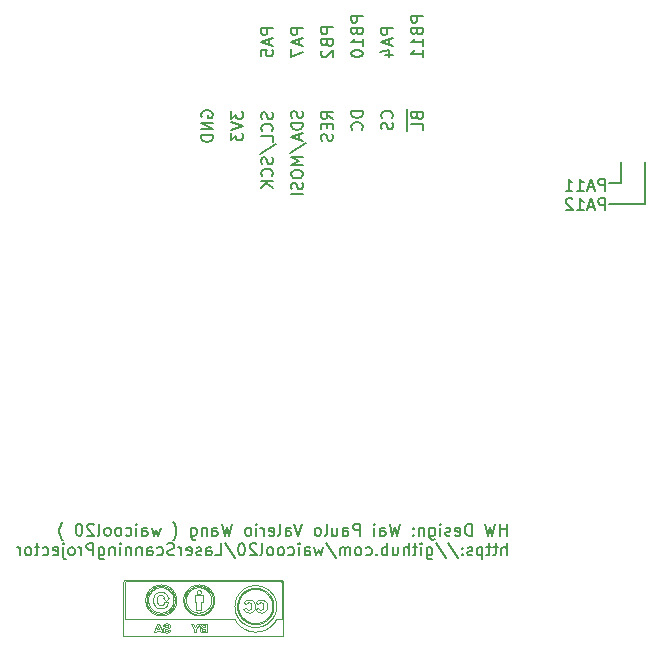
<source format=gbo>
G04 #@! TF.GenerationSoftware,KiCad,Pcbnew,5.1.4*
G04 #@! TF.CreationDate,2019-11-05T18:01:46+08:00*
G04 #@! TF.ProjectId,LaserScanningProjector,4c617365-7253-4636-916e-6e696e675072,rev?*
G04 #@! TF.SameCoordinates,Original*
G04 #@! TF.FileFunction,Legend,Bot*
G04 #@! TF.FilePolarity,Positive*
%FSLAX46Y46*%
G04 Gerber Fmt 4.6, Leading zero omitted, Abs format (unit mm)*
G04 Created by KiCad (PCBNEW 5.1.4) date 2019-11-05 18:01:46*
%MOMM*%
%LPD*%
G04 APERTURE LIST*
%ADD10C,0.080000*%
%ADD11C,0.150000*%
G04 APERTURE END LIST*
D10*
X96042027Y-83883577D02*
X96301570Y-83624065D01*
X95782376Y-83624065D02*
X96042027Y-83883577D01*
X95878347Y-83624555D02*
X95782376Y-83624065D01*
X98215959Y-82786181D02*
X98166019Y-82816627D01*
X98166019Y-82816627D02*
X98118149Y-82849060D01*
X98118149Y-82849060D02*
X98066010Y-82888394D01*
X98066010Y-82888394D02*
X98021194Y-82925945D01*
X98021194Y-82925945D02*
X97979290Y-82964599D01*
X97979290Y-82964599D02*
X97939377Y-83005055D01*
X97939377Y-83005055D02*
X97901498Y-83047228D01*
X97901498Y-83047228D02*
X97865514Y-83091281D01*
X97865514Y-83091281D02*
X97831243Y-83137529D01*
X97831243Y-83137529D02*
X97798247Y-83186861D01*
X97798247Y-83186861D02*
X97767641Y-83237856D01*
X97767641Y-83237856D02*
X97739291Y-83290839D01*
X97739291Y-83290839D02*
X97712590Y-83347441D01*
X97712590Y-83347441D02*
X97688600Y-83405997D01*
X97688600Y-83405997D02*
X97667660Y-83465838D01*
X97667660Y-83465838D02*
X97649132Y-83529545D01*
X97649132Y-83529545D02*
X97633953Y-83595005D01*
X97633953Y-83595005D02*
X97622074Y-83663659D01*
X97622074Y-83663659D02*
X97613721Y-83738272D01*
X97613721Y-83738272D02*
X97609948Y-83816331D01*
X97609948Y-83816331D02*
X97609791Y-83835976D01*
X99428294Y-82786181D02*
X99376108Y-82757730D01*
X99376108Y-82757730D02*
X99321214Y-82731244D01*
X99321214Y-82731244D02*
X99264785Y-82707444D01*
X99264785Y-82707444D02*
X99205733Y-82686028D01*
X99205733Y-82686028D02*
X99141423Y-82666542D01*
X99141423Y-82666542D02*
X99076361Y-82650704D01*
X99076361Y-82650704D02*
X99008726Y-82638202D01*
X99008726Y-82638202D02*
X98936049Y-82629131D01*
X98936049Y-82629131D02*
X98860750Y-82624388D01*
X98860750Y-82624388D02*
X98774302Y-82624715D01*
X98774302Y-82624715D02*
X98699031Y-82630030D01*
X98699031Y-82630030D02*
X98627165Y-82639533D01*
X98627165Y-82639533D02*
X98559450Y-82652543D01*
X98559450Y-82652543D02*
X98494775Y-82668767D01*
X98494775Y-82668767D02*
X98433216Y-82687807D01*
X98433216Y-82687807D02*
X98372502Y-82710197D01*
X98372502Y-82710197D02*
X98316188Y-82734361D01*
X98316188Y-82734361D02*
X98261977Y-82760917D01*
X98261977Y-82760917D02*
X98215959Y-82786181D01*
X96001930Y-86122454D02*
X95943974Y-86137681D01*
X96115431Y-86093151D02*
X96048890Y-86110487D01*
X96048890Y-86110487D02*
X96001930Y-86122454D01*
X95584515Y-83393088D02*
X95659386Y-83398544D01*
X95659386Y-83398544D02*
X95723562Y-83415026D01*
X95723562Y-83415026D02*
X95776998Y-83442640D01*
X95776998Y-83442640D02*
X95819030Y-83480728D01*
X95819030Y-83480728D02*
X95850471Y-83529454D01*
X95850471Y-83529454D02*
X95871684Y-83589783D01*
X95871684Y-83589783D02*
X95878347Y-83624555D01*
X95283999Y-83816917D02*
X95286945Y-83739847D01*
X95286945Y-83739847D02*
X95296037Y-83668605D01*
X95296037Y-83668605D02*
X95311871Y-83603138D01*
X95311871Y-83603138D02*
X95334506Y-83545588D01*
X95334506Y-83545588D02*
X95364732Y-83495622D01*
X95364732Y-83495622D02*
X95403663Y-83453811D01*
X95403663Y-83453811D02*
X95452034Y-83421737D01*
X95452034Y-83421737D02*
X95511793Y-83400698D01*
X95511793Y-83400698D02*
X95584515Y-83393088D01*
X95590979Y-84253896D02*
X95519693Y-84244741D01*
X95519693Y-84244741D02*
X95462338Y-84221562D01*
X95462338Y-84221562D02*
X95415429Y-84188281D01*
X95415429Y-84188281D02*
X95376626Y-84146567D01*
X95376626Y-84146567D02*
X95345191Y-84097871D01*
X95345191Y-84097871D02*
X95320126Y-84041985D01*
X95320126Y-84041985D02*
X95301704Y-83980328D01*
X95301704Y-83980328D02*
X95289643Y-83912240D01*
X95289643Y-83912240D02*
X95284213Y-83836098D01*
X95284213Y-83836098D02*
X95283999Y-83816917D01*
X95878347Y-84015907D02*
X95867636Y-84085452D01*
X95867636Y-84085452D02*
X95844380Y-84142226D01*
X95844380Y-84142226D02*
X95808892Y-84186939D01*
X95808892Y-84186939D02*
X95761626Y-84219898D01*
X95761626Y-84219898D02*
X95701570Y-84241910D01*
X95701570Y-84241910D02*
X95629674Y-84252645D01*
X95629674Y-84252645D02*
X95590979Y-84253896D01*
X95614751Y-82735980D02*
X95614751Y-82735980D01*
X98640399Y-83147047D02*
X98640399Y-83147047D01*
X97894531Y-82879975D02*
X97935852Y-82840284D01*
X97935852Y-82840284D02*
X97980496Y-82800806D01*
X97980496Y-82800806D02*
X98025037Y-82764691D01*
X98025037Y-82764691D02*
X98071433Y-82730314D01*
X98071433Y-82730314D02*
X98119323Y-82698064D01*
X98119323Y-82698064D02*
X98170014Y-82667265D01*
X98170014Y-82667265D02*
X98222313Y-82638849D01*
X98222313Y-82638849D02*
X98276697Y-82612682D01*
X98276697Y-82612682D02*
X98334597Y-82588360D01*
X98334597Y-82588360D02*
X98395231Y-82566536D01*
X98395231Y-82566536D02*
X98458218Y-82547559D01*
X98458218Y-82547559D02*
X98522641Y-82531783D01*
X98522641Y-82531783D02*
X98591008Y-82518800D01*
X98591008Y-82518800D02*
X98664506Y-82508869D01*
X98664506Y-82508869D02*
X98738925Y-82502787D01*
X98738925Y-82502787D02*
X98817701Y-82500418D01*
X98817701Y-82500418D02*
X98825222Y-82500402D01*
X97514476Y-83809247D02*
X97516429Y-83731193D01*
X97516429Y-83731193D02*
X97522302Y-83654899D01*
X97522302Y-83654899D02*
X97531535Y-83583871D01*
X97531535Y-83583871D02*
X97544216Y-83514924D01*
X97544216Y-83514924D02*
X97560142Y-83448505D01*
X97560142Y-83448505D02*
X97578701Y-83385953D01*
X97578701Y-83385953D02*
X97599716Y-83326648D01*
X97599716Y-83326648D02*
X97623203Y-83269792D01*
X97623203Y-83269792D02*
X97649544Y-83214218D01*
X97649544Y-83214218D02*
X97677646Y-83161845D01*
X97677646Y-83161845D02*
X97707870Y-83111497D01*
X97707870Y-83111497D02*
X97740089Y-83063118D01*
X97740089Y-83063118D02*
X97774483Y-83016249D01*
X97774483Y-83016249D02*
X97811317Y-82970473D01*
X97811317Y-82970473D02*
X97850242Y-82926170D01*
X97850242Y-82926170D02*
X97889349Y-82885170D01*
X97889349Y-82885170D02*
X97894531Y-82879975D01*
X97888067Y-84728769D02*
X97848655Y-84688168D01*
X97848655Y-84688168D02*
X97809977Y-84644799D01*
X97809977Y-84644799D02*
X97773985Y-84600673D01*
X97773985Y-84600673D02*
X97739622Y-84554421D01*
X97739622Y-84554421D02*
X97706914Y-84505759D01*
X97706914Y-84505759D02*
X97676531Y-84455437D01*
X97676531Y-84455437D02*
X97647449Y-84401267D01*
X97647449Y-84401267D02*
X97621047Y-84345268D01*
X97621047Y-84345268D02*
X97596879Y-84286046D01*
X97596879Y-84286046D02*
X97575222Y-84223461D01*
X97575222Y-84223461D02*
X97556985Y-84159766D01*
X97556985Y-84159766D02*
X97541798Y-84093528D01*
X97541798Y-84093528D02*
X97529732Y-84024174D01*
X97529732Y-84024174D02*
X97521011Y-83951598D01*
X97521011Y-83951598D02*
X97515888Y-83876216D01*
X97515888Y-83876216D02*
X97514476Y-83809247D01*
X98825222Y-85118202D02*
X98746791Y-85116111D01*
X98746791Y-85116111D02*
X98670924Y-85109956D01*
X98670924Y-85109956D02*
X98600045Y-85100309D01*
X98600045Y-85100309D02*
X98530898Y-85087053D01*
X98530898Y-85087053D02*
X98465737Y-85070877D01*
X98465737Y-85070877D02*
X98403583Y-85051917D01*
X98403583Y-85051917D02*
X98344227Y-85030404D01*
X98344227Y-85030404D02*
X98287345Y-85006486D01*
X98287345Y-85006486D02*
X98233084Y-84980480D01*
X98233084Y-84980480D02*
X98180049Y-84951875D01*
X98180049Y-84951875D02*
X98129726Y-84921661D01*
X98129726Y-84921661D02*
X98081388Y-84889651D01*
X98081388Y-84889651D02*
X98034357Y-84855540D01*
X98034357Y-84855540D02*
X97988610Y-84819390D01*
X97988610Y-84819390D02*
X97944916Y-84781967D01*
X97944916Y-84781967D02*
X97902627Y-84742899D01*
X97902627Y-84742899D02*
X97888067Y-84728769D01*
X98821933Y-84879284D02*
X98900271Y-84876691D01*
X98900271Y-84876691D02*
X98973777Y-84869311D01*
X98973777Y-84869311D02*
X99042670Y-84857706D01*
X99042670Y-84857706D02*
X99108705Y-84841995D01*
X99108705Y-84841995D02*
X99170078Y-84823060D01*
X99170078Y-84823060D02*
X99228491Y-84800871D01*
X99228491Y-84800871D02*
X99284049Y-84775703D01*
X99284049Y-84775703D02*
X99336863Y-84747839D01*
X99336863Y-84747839D02*
X99386857Y-84717653D01*
X99386857Y-84717653D02*
X99434992Y-84684838D01*
X99434992Y-84684838D02*
X99481145Y-84649649D01*
X99481145Y-84649649D02*
X99525219Y-84612388D01*
X99525219Y-84612388D02*
X99567131Y-84573393D01*
X99567131Y-84573393D02*
X99578811Y-84561877D01*
X98058428Y-84558645D02*
X98099747Y-84597766D01*
X98099747Y-84597766D02*
X98142972Y-84635165D01*
X98142972Y-84635165D02*
X98188503Y-84670909D01*
X98188503Y-84670909D02*
X98235738Y-84704289D01*
X98235738Y-84704289D02*
X98285784Y-84735805D01*
X98285784Y-84735805D02*
X98338757Y-84765131D01*
X98338757Y-84765131D02*
X98394131Y-84791639D01*
X98394131Y-84791639D02*
X98452461Y-84815282D01*
X98452461Y-84815282D02*
X98512795Y-84835419D01*
X98512795Y-84835419D02*
X98576467Y-84852218D01*
X98576467Y-84852218D02*
X98644217Y-84865408D01*
X98644217Y-84865408D02*
X98716436Y-84874504D01*
X98716436Y-84874504D02*
X98793748Y-84878949D01*
X98793748Y-84878949D02*
X98821933Y-84879284D01*
X97750353Y-83809248D02*
X97752756Y-83887858D01*
X97752756Y-83887858D02*
X97759761Y-83962416D01*
X97759761Y-83962416D02*
X97770978Y-84032671D01*
X97770978Y-84032671D02*
X97786024Y-84098807D01*
X97786024Y-84098807D02*
X97804915Y-84162147D01*
X97804915Y-84162147D02*
X97826606Y-84220564D01*
X97826606Y-84220564D02*
X97851571Y-84276460D01*
X97851571Y-84276460D02*
X97879481Y-84329562D01*
X97879481Y-84329562D02*
X97910135Y-84379972D01*
X97910135Y-84379972D02*
X97944529Y-84429395D01*
X97944529Y-84429395D02*
X97980516Y-84475045D01*
X97980516Y-84475045D02*
X98018580Y-84518117D01*
X98018580Y-84518117D02*
X98058428Y-84558645D01*
X98065003Y-83050099D02*
X98025166Y-83091357D01*
X98025166Y-83091357D02*
X97984566Y-83137975D01*
X97984566Y-83137975D02*
X97948918Y-83183695D01*
X97948918Y-83183695D02*
X97915765Y-83231380D01*
X97915765Y-83231380D02*
X97884633Y-83282138D01*
X97884633Y-83282138D02*
X97856566Y-83334674D01*
X97856566Y-83334674D02*
X97830658Y-83391324D01*
X97830658Y-83391324D02*
X97807838Y-83451077D01*
X97807838Y-83451077D02*
X97788157Y-83514936D01*
X97788157Y-83514936D02*
X97772788Y-83579585D01*
X97772788Y-83579585D02*
X97761035Y-83648653D01*
X97761035Y-83648653D02*
X97753410Y-83722153D01*
X97753410Y-83722153D02*
X97750388Y-83799411D01*
X97750388Y-83799411D02*
X97750353Y-83809248D01*
X98821935Y-82735924D02*
X98744203Y-82738375D01*
X98744203Y-82738375D02*
X98670637Y-82745466D01*
X98670637Y-82745466D02*
X98600662Y-82756882D01*
X98600662Y-82756882D02*
X98535314Y-82771998D01*
X98535314Y-82771998D02*
X98473614Y-82790550D01*
X98473614Y-82790550D02*
X98415040Y-82812332D01*
X98415040Y-82812332D02*
X98359463Y-82837060D01*
X98359463Y-82837060D02*
X98305370Y-82865252D01*
X98305370Y-82865252D02*
X98254123Y-82896027D01*
X98254123Y-82896027D02*
X98205609Y-82929119D01*
X98205609Y-82929119D02*
X98159312Y-82964596D01*
X98159312Y-82964596D02*
X98116023Y-83001510D01*
X98116023Y-83001510D02*
X98074148Y-83040959D01*
X98074148Y-83040959D02*
X98065003Y-83050099D01*
X99745997Y-84732111D02*
X99704993Y-84771573D01*
X99704993Y-84771573D02*
X99662002Y-84809923D01*
X99662002Y-84809923D02*
X99617847Y-84846262D01*
X99617847Y-84846262D02*
X99572214Y-84880770D01*
X99572214Y-84880770D02*
X99524120Y-84913964D01*
X99524120Y-84913964D02*
X99473800Y-84945419D01*
X99473800Y-84945419D02*
X99422259Y-84974360D01*
X99422259Y-84974360D02*
X99367935Y-85001482D01*
X99367935Y-85001482D02*
X99310726Y-85026509D01*
X99310726Y-85026509D02*
X99252364Y-85048519D01*
X99252364Y-85048519D02*
X99190975Y-85068059D01*
X99190975Y-85068059D02*
X99126444Y-85084835D01*
X99126444Y-85084835D02*
X99059884Y-85098335D01*
X99059884Y-85098335D02*
X98987507Y-85108890D01*
X98987507Y-85108890D02*
X98912858Y-85115538D01*
X98912858Y-85115538D02*
X98834595Y-85118171D01*
X98834595Y-85118171D02*
X98825222Y-85118202D01*
X100132625Y-83809248D02*
X100130520Y-83887552D01*
X100130520Y-83887552D02*
X100124436Y-83962221D01*
X100124436Y-83962221D02*
X100114698Y-84033371D01*
X100114698Y-84033371D02*
X100101405Y-84102092D01*
X100101405Y-84102092D02*
X100085243Y-84166553D01*
X100085243Y-84166553D02*
X100066033Y-84228783D01*
X100066033Y-84228783D02*
X100044467Y-84287478D01*
X100044467Y-84287478D02*
X100020083Y-84344551D01*
X100020083Y-84344551D02*
X99993178Y-84399596D01*
X99993178Y-84399596D02*
X99964641Y-84451383D01*
X99964641Y-84451383D02*
X99933717Y-84501718D01*
X99933717Y-84501718D02*
X99901061Y-84549804D01*
X99901061Y-84549804D02*
X99866863Y-84595719D01*
X99866863Y-84595719D02*
X99830643Y-84640322D01*
X99830643Y-84640322D02*
X99792465Y-84683637D01*
X99792465Y-84683637D02*
X99752762Y-84725308D01*
X99752762Y-84725308D02*
X99745997Y-84732111D01*
X99745997Y-82879976D02*
X99784986Y-82920995D01*
X99784986Y-82920995D02*
X99823931Y-82965180D01*
X99823931Y-82965180D02*
X99860564Y-83010228D01*
X99860564Y-83010228D02*
X99894884Y-83056140D01*
X99894884Y-83056140D02*
X99928058Y-83104705D01*
X99928058Y-83104705D02*
X99958866Y-83154415D01*
X99958866Y-83154415D02*
X99987683Y-83206049D01*
X99987683Y-83206049D02*
X100014618Y-83260216D01*
X100014618Y-83260216D02*
X100040087Y-83318601D01*
X100040087Y-83318601D02*
X100062862Y-83379297D01*
X100062862Y-83379297D02*
X100082221Y-83440479D01*
X100082221Y-83440479D02*
X100098777Y-83504279D01*
X100098777Y-83504279D02*
X100112651Y-83572743D01*
X100112651Y-83572743D02*
X100122977Y-83643313D01*
X100122977Y-83643313D02*
X100129717Y-83717310D01*
X100129717Y-83717310D02*
X100132563Y-83795905D01*
X100132563Y-83795905D02*
X100132625Y-83809248D01*
X98825222Y-82500402D02*
X98905280Y-82502502D01*
X98905280Y-82502502D02*
X98979943Y-82508431D01*
X98979943Y-82508431D02*
X99052182Y-82518071D01*
X99052182Y-82518071D02*
X99121076Y-82531094D01*
X99121076Y-82531094D02*
X99185558Y-82546907D01*
X99185558Y-82546907D02*
X99247442Y-82565612D01*
X99247442Y-82565612D02*
X99306580Y-82586938D01*
X99306580Y-82586938D02*
X99364060Y-82611124D01*
X99364060Y-82611124D02*
X99418283Y-82637287D01*
X99418283Y-82637287D02*
X99471391Y-82666282D01*
X99471391Y-82666282D02*
X99521620Y-82696996D01*
X99521620Y-82696996D02*
X99570700Y-82730314D01*
X99570700Y-82730314D02*
X99617051Y-82765002D01*
X99617051Y-82765002D02*
X99662333Y-82802128D01*
X99662333Y-82802128D02*
X99705032Y-82840285D01*
X99705032Y-82840285D02*
X99745997Y-82879976D01*
X98471243Y-83485213D02*
X98471242Y-83485213D01*
X102077546Y-84328000D02*
X102079555Y-84408424D01*
X102079555Y-84408424D02*
X102085262Y-84484142D01*
X102085262Y-84484142D02*
X102094134Y-84555806D01*
X102094134Y-84555806D02*
X102106487Y-84627594D01*
X102106487Y-84627594D02*
X102121265Y-84694733D01*
X102121265Y-84694733D02*
X102138105Y-84757897D01*
X102138105Y-84757897D02*
X102157716Y-84820525D01*
X102157716Y-84820525D02*
X102179259Y-84880327D01*
X102179259Y-84880327D02*
X102202943Y-84938419D01*
X102202943Y-84938419D02*
X102228392Y-84994251D01*
X102228392Y-84994251D02*
X102255290Y-85047576D01*
X102255290Y-85047576D02*
X102285926Y-85102705D01*
X102285926Y-85102705D02*
X102316545Y-85152996D01*
X102316545Y-85152996D02*
X102350492Y-85204147D01*
X102350492Y-85204147D02*
X102385005Y-85251987D01*
X102385005Y-85251987D02*
X102420373Y-85297310D01*
X102420373Y-85297310D02*
X102457562Y-85341473D01*
X102457562Y-85341473D02*
X102497545Y-85385458D01*
X102497545Y-85385458D02*
X102538557Y-85427263D01*
X102538557Y-85427263D02*
X102579847Y-85466324D01*
X102579847Y-85466324D02*
X102623216Y-85504415D01*
X102623216Y-85504415D02*
X102668001Y-85540883D01*
X102668001Y-85540883D02*
X102715798Y-85576870D01*
X102715798Y-85576870D02*
X102764051Y-85610378D01*
X102764051Y-85610378D02*
X102813370Y-85641916D01*
X102813370Y-85641916D02*
X102864451Y-85671893D01*
X102864451Y-85671893D02*
X102918318Y-85700732D01*
X102918318Y-85700732D02*
X102972376Y-85726981D01*
X102972376Y-85726981D02*
X103030297Y-85752280D01*
X103030297Y-85752280D02*
X103088321Y-85774839D01*
X103088321Y-85774839D02*
X103148019Y-85795274D01*
X103148019Y-85795274D02*
X103211656Y-85814084D01*
X103211656Y-85814084D02*
X103276115Y-85830127D01*
X103276115Y-85830127D02*
X103342800Y-85843649D01*
X103342800Y-85843649D02*
X103416201Y-85855015D01*
X103416201Y-85855015D02*
X103488874Y-85862730D01*
X103488874Y-85862730D02*
X103564985Y-85867121D01*
X103564985Y-85867121D02*
X103615843Y-85867984D01*
X95939807Y-86358856D02*
X95959198Y-86309669D01*
X95954487Y-86405467D02*
X95939807Y-86358856D01*
X95990970Y-86434278D02*
X95954487Y-86405467D01*
X96037971Y-86448410D02*
X95990970Y-86434278D01*
X104095045Y-84876106D02*
X104171657Y-84872057D01*
X104171657Y-84872057D02*
X104240602Y-84860489D01*
X104240602Y-84860489D02*
X104302496Y-84842186D01*
X104302496Y-84842186D02*
X104360008Y-84816782D01*
X104360008Y-84816782D02*
X104410701Y-84785899D01*
X104410701Y-84785899D02*
X104455300Y-84750299D01*
X104455300Y-84750299D02*
X104476195Y-84730250D01*
X103632277Y-84602029D02*
X103663043Y-84651720D01*
X103663043Y-84651720D02*
X103698047Y-84698181D01*
X103698047Y-84698181D02*
X103736860Y-84740014D01*
X103736860Y-84740014D02*
X103780776Y-84777739D01*
X103780776Y-84777739D02*
X103829159Y-84809952D01*
X103829159Y-84809952D02*
X103882768Y-84836485D01*
X103882768Y-84836485D02*
X103944633Y-84857461D01*
X103944633Y-84857461D02*
X104011665Y-84870726D01*
X104011665Y-84870726D02*
X104086486Y-84876050D01*
X104086486Y-84876050D02*
X104095045Y-84876106D01*
X104629467Y-83303972D02*
X104629467Y-83303972D01*
X104068206Y-84640423D02*
X103997151Y-84630997D01*
X103997151Y-84630997D02*
X103941941Y-84606054D01*
X103941941Y-84606054D02*
X103898796Y-84569024D01*
X103898796Y-84569024D02*
X103864738Y-84521088D01*
X103864738Y-84521088D02*
X103847994Y-84487167D01*
X95608617Y-85004988D02*
X95688200Y-85002434D01*
X95688200Y-85002434D02*
X95761962Y-84995349D01*
X95761962Y-84995349D02*
X95832290Y-84984251D01*
X95832290Y-84984251D02*
X95898729Y-84969740D01*
X95898729Y-84969740D02*
X95962420Y-84952008D01*
X95962420Y-84952008D02*
X96023987Y-84931133D01*
X96023987Y-84931133D02*
X96081291Y-84908230D01*
X96081291Y-84908230D02*
X96137294Y-84882394D01*
X96137294Y-84882394D02*
X96190117Y-84854681D01*
X96190117Y-84854681D02*
X96240965Y-84824685D01*
X96240965Y-84824685D02*
X96289426Y-84792805D01*
X96289426Y-84792805D02*
X96336208Y-84758673D01*
X96336208Y-84758673D02*
X96380553Y-84722951D01*
X96380553Y-84722951D02*
X96426071Y-84682442D01*
X96426071Y-84682442D02*
X96466975Y-84642269D01*
X96466975Y-84642269D02*
X96507106Y-84598840D01*
X96507106Y-84598840D02*
X96543957Y-84554862D01*
X96543957Y-84554862D02*
X96579750Y-84507674D01*
X96579750Y-84507674D02*
X96613339Y-84458507D01*
X96613339Y-84458507D02*
X96643938Y-84408601D01*
X96643938Y-84408601D02*
X96672849Y-84355712D01*
X96672849Y-84355712D02*
X96701636Y-84295654D01*
X96701636Y-84295654D02*
X96725490Y-84238063D01*
X96725490Y-84238063D02*
X96746877Y-84177476D01*
X96746877Y-84177476D02*
X96765403Y-84114104D01*
X96765403Y-84114104D02*
X96780516Y-84049104D01*
X96780516Y-84049104D02*
X96792832Y-83977216D01*
X96792832Y-83977216D02*
X96800760Y-83904406D01*
X96800760Y-83904406D02*
X96804309Y-83827463D01*
X96804309Y-83827463D02*
X96804435Y-83811058D01*
X94414551Y-83809304D02*
X94417103Y-83888885D01*
X94417103Y-83888885D02*
X94424166Y-83962411D01*
X94424166Y-83962411D02*
X94435170Y-84032280D01*
X94435170Y-84032280D02*
X94449537Y-84098281D01*
X94449537Y-84098281D02*
X94467216Y-84161995D01*
X94467216Y-84161995D02*
X94487562Y-84222301D01*
X94487562Y-84222301D02*
X94510625Y-84280287D01*
X94510625Y-84280287D02*
X94536380Y-84336331D01*
X94536380Y-84336331D02*
X94564898Y-84390775D01*
X94564898Y-84390775D02*
X94594896Y-84441619D01*
X94594896Y-84441619D02*
X94626780Y-84490075D01*
X94626780Y-84490075D02*
X94660914Y-84536854D01*
X94660914Y-84536854D02*
X94696641Y-84581195D01*
X94696641Y-84581195D02*
X94734858Y-84624252D01*
X94734858Y-84624252D02*
X94774763Y-84665108D01*
X94774763Y-84665108D02*
X94816731Y-84704174D01*
X94816731Y-84704174D02*
X94860191Y-84740932D01*
X94860191Y-84740932D02*
X94905752Y-84775889D01*
X94905752Y-84775889D02*
X94953005Y-84808667D01*
X94953005Y-84808667D02*
X95002258Y-84839421D01*
X95002258Y-84839421D02*
X95053877Y-84868235D01*
X95053877Y-84868235D02*
X95107851Y-84894913D01*
X95107851Y-84894913D02*
X95164590Y-84919421D01*
X95164590Y-84919421D02*
X95224537Y-84941625D01*
X95224537Y-84941625D02*
X95285723Y-84960603D01*
X95285723Y-84960603D02*
X95350078Y-84976749D01*
X95350078Y-84976749D02*
X95418307Y-84989772D01*
X95418307Y-84989772D02*
X95489264Y-84999011D01*
X95489264Y-84999011D02*
X95565295Y-85004181D01*
X95565295Y-85004181D02*
X95608617Y-85004988D01*
X92681680Y-82232729D02*
X92617117Y-82248640D01*
X92617117Y-82248640D02*
X92573155Y-82284941D01*
X92573155Y-82284941D02*
X92546663Y-82338538D01*
X92546663Y-82338538D02*
X92542651Y-82371797D01*
X92681680Y-82118143D02*
X92681680Y-82118143D01*
X92428055Y-86802185D02*
X92428055Y-82371797D01*
X92428055Y-82371797D02*
X92438012Y-82301316D01*
X92438012Y-82301316D02*
X92461989Y-82245150D01*
X92461989Y-82245150D02*
X92496859Y-82198267D01*
X92496859Y-82198267D02*
X92540129Y-82161421D01*
X92540129Y-82161421D02*
X92593470Y-82133963D01*
X92593470Y-82133963D02*
X92659382Y-82119111D01*
X92659382Y-82119111D02*
X92681680Y-82118143D01*
X96161441Y-86235289D02*
X96223678Y-86216736D01*
X96223678Y-86216736D02*
X96243061Y-86209655D01*
X96080916Y-86256267D02*
X96144923Y-86239899D01*
X96144923Y-86239899D02*
X96161441Y-86235289D01*
X96009923Y-86278231D02*
X96070834Y-86258753D01*
X96070834Y-86258753D02*
X96080916Y-86256267D01*
X95959198Y-86309669D02*
X96008577Y-86278774D01*
X96008577Y-86278774D02*
X96009923Y-86278231D01*
X98897642Y-85814964D02*
X98713257Y-85814964D01*
X94414551Y-83807555D02*
X94414551Y-83809308D01*
X95610369Y-82613621D02*
X95530765Y-82616166D01*
X95530765Y-82616166D02*
X95456991Y-82623251D01*
X95456991Y-82623251D02*
X95386884Y-82634307D01*
X95386884Y-82634307D02*
X95319757Y-82648974D01*
X95319757Y-82648974D02*
X95256949Y-82666461D01*
X95256949Y-82666461D02*
X95196648Y-82686838D01*
X95196648Y-82686838D02*
X95135957Y-82711099D01*
X95135957Y-82711099D02*
X95080398Y-82736816D01*
X95080398Y-82736816D02*
X95027607Y-82764592D01*
X95027607Y-82764592D02*
X94977174Y-82794405D01*
X94977174Y-82794405D02*
X94927999Y-82826836D01*
X94927999Y-82826836D02*
X94881623Y-82860763D01*
X94881623Y-82860763D02*
X94836805Y-82896972D01*
X94836805Y-82896972D02*
X94794134Y-82934956D01*
X94794134Y-82934956D02*
X94753170Y-82975071D01*
X94753170Y-82975071D02*
X94714458Y-83016760D01*
X94714458Y-83016760D02*
X94677461Y-83060610D01*
X94677461Y-83060610D02*
X94642307Y-83106586D01*
X94642307Y-83106586D02*
X94609612Y-83153899D01*
X94609612Y-83153899D02*
X94578259Y-83204380D01*
X94578259Y-83204380D02*
X94549596Y-83256089D01*
X94549596Y-83256089D02*
X94523172Y-83309945D01*
X94523172Y-83309945D02*
X94498908Y-83366551D01*
X94498908Y-83366551D02*
X94477299Y-83425266D01*
X94477299Y-83425266D02*
X94458349Y-83486708D01*
X94458349Y-83486708D02*
X94442269Y-83551326D01*
X94442269Y-83551326D02*
X94429524Y-83618665D01*
X94429524Y-83618665D02*
X94420326Y-83690109D01*
X94420326Y-83690109D02*
X94415277Y-83766158D01*
X94415277Y-83766158D02*
X94414551Y-83807555D01*
X96804435Y-83809306D02*
X96801873Y-83729713D01*
X96801873Y-83729713D02*
X96794811Y-83656183D01*
X96794811Y-83656183D02*
X96783717Y-83585849D01*
X96783717Y-83585849D02*
X96769043Y-83518735D01*
X96769043Y-83518735D02*
X96750669Y-83453084D01*
X96750669Y-83453084D02*
X96730138Y-83392860D01*
X96730138Y-83392860D02*
X96706902Y-83334962D01*
X96706902Y-83334962D02*
X96681478Y-83280022D01*
X96681478Y-83280022D02*
X96653837Y-83227419D01*
X96653837Y-83227419D02*
X96624056Y-83176972D01*
X96624056Y-83176972D02*
X96591913Y-83128149D01*
X96591913Y-83128149D02*
X96557211Y-83080674D01*
X96557211Y-83080674D02*
X96521431Y-83036377D01*
X96521431Y-83036377D02*
X96483775Y-82994019D01*
X96483775Y-82994019D02*
X96444015Y-82953339D01*
X96444015Y-82953339D02*
X96402539Y-82914728D01*
X96402539Y-82914728D02*
X96358392Y-82877393D01*
X96358392Y-82877393D02*
X96309910Y-82840345D01*
X96309910Y-82840345D02*
X96261035Y-82806741D01*
X96261035Y-82806741D02*
X96210452Y-82775540D01*
X96210452Y-82775540D02*
X96156634Y-82745993D01*
X96156634Y-82745993D02*
X96102419Y-82719735D01*
X96102419Y-82719735D02*
X96045449Y-82695669D01*
X96045449Y-82695669D02*
X95983975Y-82673501D01*
X95983975Y-82673501D02*
X95922329Y-82655010D01*
X95922329Y-82655010D02*
X95857744Y-82639462D01*
X95857744Y-82639462D02*
X95789994Y-82627178D01*
X95789994Y-82627178D02*
X95718378Y-82618523D01*
X95718378Y-82618523D02*
X95642165Y-82614060D01*
X95642165Y-82614060D02*
X95610369Y-82613621D01*
X96804435Y-83811058D02*
X96804435Y-83809306D01*
X102077546Y-84326136D02*
X102077546Y-84328000D01*
X98915087Y-82988474D02*
X98856539Y-82966937D01*
X98856539Y-82966937D02*
X98778945Y-82969442D01*
X98778945Y-82969442D02*
X98731962Y-82988474D01*
X98979918Y-85912297D02*
X98963593Y-85976216D01*
X98963593Y-85976216D02*
X98962608Y-86000207D01*
X102365519Y-83074366D02*
X102325817Y-83115222D01*
X102325817Y-83115222D02*
X102285880Y-83158874D01*
X102285880Y-83158874D02*
X102248146Y-83202789D01*
X102248146Y-83202789D02*
X102211714Y-83248012D01*
X102211714Y-83248012D02*
X102176054Y-83295393D01*
X102176054Y-83295393D02*
X102142829Y-83342780D01*
X102142829Y-83342780D02*
X102111228Y-83391255D01*
X102111228Y-83391255D02*
X102079127Y-83444577D01*
X102079127Y-83444577D02*
X102050399Y-83496517D01*
X102050399Y-83496517D02*
X102022903Y-83550819D01*
X102022903Y-83550819D02*
X101996683Y-83607866D01*
X101996683Y-83607866D02*
X101972907Y-83665282D01*
X101972907Y-83665282D02*
X101950960Y-83724606D01*
X101950960Y-83724606D02*
X101931239Y-83784930D01*
X101931239Y-83784930D02*
X101913488Y-83847221D01*
X101913488Y-83847221D02*
X101897592Y-83912517D01*
X101897592Y-83912517D02*
X101883776Y-83980917D01*
X101883776Y-83980917D02*
X101872545Y-84050476D01*
X101872545Y-84050476D02*
X101863799Y-84122235D01*
X101863799Y-84122235D02*
X101857519Y-84198356D01*
X101857519Y-84198356D02*
X101854148Y-84275422D01*
X101854148Y-84275422D02*
X101853501Y-84327999D01*
X102077546Y-84328000D02*
X102077546Y-84328000D01*
X103618968Y-82562352D02*
X103539610Y-82563839D01*
X103539610Y-82563839D02*
X103461594Y-82568309D01*
X103461594Y-82568309D02*
X103388014Y-82575397D01*
X103388014Y-82575397D02*
X103317018Y-82585018D01*
X103317018Y-82585018D02*
X103248540Y-82597019D01*
X103248540Y-82597019D02*
X103181855Y-82611405D01*
X103181855Y-82611405D02*
X103116931Y-82628102D01*
X103116931Y-82628102D02*
X103050572Y-82648057D01*
X103050572Y-82648057D02*
X102990990Y-82668592D01*
X102990990Y-82668592D02*
X102931176Y-82691836D01*
X102931176Y-82691836D02*
X102872989Y-82717098D01*
X102872989Y-82717098D02*
X102818767Y-82743126D01*
X102818767Y-82743126D02*
X102764287Y-82771813D01*
X102764287Y-82771813D02*
X102711325Y-82802271D01*
X102711325Y-82802271D02*
X102660970Y-82833702D01*
X102660970Y-82833702D02*
X102613138Y-82865913D01*
X102613138Y-82865913D02*
X102562863Y-82902371D01*
X102562863Y-82902371D02*
X102516704Y-82938320D01*
X102516704Y-82938320D02*
X102472923Y-82974728D01*
X102472923Y-82974728D02*
X102429896Y-83012821D01*
X102429896Y-83012821D02*
X102388125Y-83052105D01*
X102388125Y-83052105D02*
X102365519Y-83074366D01*
X104859264Y-83074366D02*
X104818255Y-83034175D01*
X104818255Y-83034175D02*
X104773188Y-82992645D01*
X104773188Y-82992645D02*
X104729377Y-82954781D01*
X104729377Y-82954781D02*
X104685060Y-82918866D01*
X104685060Y-82918866D02*
X104638904Y-82883883D01*
X104638904Y-82883883D02*
X104591958Y-82850710D01*
X104591958Y-82850710D02*
X104543090Y-82818628D01*
X104543090Y-82818628D02*
X104491687Y-82787446D01*
X104491687Y-82787446D02*
X104439395Y-82758287D01*
X104439395Y-82758287D02*
X104385032Y-82730575D01*
X104385032Y-82730575D02*
X104325544Y-82703136D01*
X104325544Y-82703136D02*
X104268949Y-82679687D01*
X104268949Y-82679687D02*
X104210177Y-82657942D01*
X104210177Y-82657942D02*
X104148217Y-82637749D01*
X104148217Y-82637749D02*
X104085204Y-82619951D01*
X104085204Y-82619951D02*
X104019835Y-82604258D01*
X104019835Y-82604258D02*
X103949390Y-82590350D01*
X103949390Y-82590350D02*
X103880078Y-82579556D01*
X103880078Y-82579556D02*
X103807558Y-82571180D01*
X103807558Y-82571180D02*
X103730677Y-82565395D01*
X103730677Y-82565395D02*
X103650876Y-82562592D01*
X103650876Y-82562592D02*
X103618968Y-82562352D01*
X105380101Y-84327999D02*
X105378398Y-84245918D01*
X105378398Y-84245918D02*
X105373299Y-84165107D01*
X105373299Y-84165107D02*
X105365658Y-84092313D01*
X105365658Y-84092313D02*
X105355400Y-84021912D01*
X105355400Y-84021912D02*
X105342673Y-83953842D01*
X105342673Y-83953842D02*
X105327797Y-83888693D01*
X105327797Y-83888693D02*
X105310067Y-83823198D01*
X105310067Y-83823198D02*
X105290386Y-83760551D01*
X105290386Y-83760551D02*
X105268977Y-83700669D01*
X105268977Y-83700669D02*
X105245537Y-83642249D01*
X105245537Y-83642249D02*
X105220700Y-83586469D01*
X105220700Y-83586469D02*
X105194370Y-83532664D01*
X105194370Y-83532664D02*
X105165703Y-83479020D01*
X105165703Y-83479020D02*
X105135675Y-83427296D01*
X105135675Y-83427296D02*
X105104420Y-83377444D01*
X105104420Y-83377444D02*
X105072068Y-83329416D01*
X105072068Y-83329416D02*
X105038334Y-83282608D01*
X105038334Y-83282608D02*
X105002846Y-83236454D01*
X105002846Y-83236454D02*
X104966515Y-83192029D01*
X104966515Y-83192029D02*
X104928392Y-83148094D01*
X104928392Y-83148094D02*
X104888840Y-83105046D01*
X104888840Y-83105046D02*
X104859264Y-83074366D01*
X98988354Y-86094361D02*
X99028263Y-86134814D01*
X99028263Y-86134814D02*
X99064386Y-86156089D01*
X98731962Y-83305620D02*
X98790685Y-83327181D01*
X98790685Y-83327181D02*
X98868548Y-83324529D01*
X98868548Y-83324529D02*
X98915087Y-83305620D01*
X98640399Y-83147047D02*
X98653241Y-83214417D01*
X98653241Y-83214417D02*
X98683917Y-83265547D01*
X98683917Y-83265547D02*
X98727037Y-83302672D01*
X98727037Y-83302672D02*
X98731962Y-83305620D01*
X99091228Y-83400699D02*
X99148779Y-83423278D01*
X99148779Y-83423278D02*
X99175407Y-83476961D01*
X99175407Y-83476961D02*
X99175807Y-83485213D01*
X98471242Y-83485213D02*
X98493998Y-83427528D01*
X98493998Y-83427528D02*
X98547577Y-83401093D01*
X98547577Y-83401093D02*
X98555821Y-83400699D01*
X96301570Y-83624065D02*
X96198256Y-83624555D01*
X98962608Y-86000207D02*
X98974552Y-86068459D01*
X98974552Y-86068459D02*
X98988354Y-86094361D01*
X98960854Y-86225760D02*
X98935316Y-86280289D01*
X98935316Y-86280289D02*
X98926672Y-86345712D01*
X99389447Y-85942914D02*
X99389447Y-86117310D01*
X99235409Y-85942914D02*
X99389447Y-85942914D01*
X95780296Y-86340339D02*
X95790582Y-86410242D01*
X95790582Y-86410242D02*
X95800235Y-86435643D01*
X96214248Y-85969529D02*
X96224659Y-86009349D01*
X96187626Y-85943348D02*
X96214248Y-85969529D01*
X95805709Y-86037615D02*
X95965225Y-86037615D01*
X99007964Y-86511181D02*
X99060387Y-86539281D01*
X99060387Y-86539281D02*
X99092980Y-86549904D01*
X98948694Y-86443646D02*
X98982939Y-86490140D01*
X98982939Y-86490140D02*
X99007964Y-86511181D01*
X96183357Y-86070091D02*
X96124048Y-86090811D01*
X96124048Y-86090811D02*
X96115431Y-86093151D01*
X96224659Y-86009349D02*
X96216335Y-86044951D01*
X99092980Y-86549904D02*
X99163377Y-86561535D01*
X99163377Y-86561535D02*
X99191143Y-86562501D01*
X105372429Y-85447441D02*
X105860233Y-85447441D01*
X105860233Y-82371797D02*
X105844447Y-82307508D01*
X105844447Y-82307508D02*
X105808074Y-82263334D01*
X105808074Y-82263334D02*
X105753462Y-82236526D01*
X105753462Y-82236526D02*
X105721096Y-82232729D01*
X105860233Y-85447441D02*
X105860233Y-82371797D01*
X105860233Y-82371797D02*
X105860233Y-82371797D01*
X92542651Y-85447441D02*
X101862429Y-85447441D01*
X103617429Y-86484341D02*
X103696200Y-86482816D01*
X103696200Y-86482816D02*
X103772575Y-86478410D01*
X103772575Y-86478410D02*
X103849771Y-86470987D01*
X103849771Y-86470987D02*
X103922370Y-86461243D01*
X103922370Y-86461243D02*
X103992029Y-86449324D01*
X103992029Y-86449324D02*
X104059293Y-86435378D01*
X104059293Y-86435378D02*
X104124690Y-86419471D01*
X104124690Y-86419471D02*
X104189737Y-86401290D01*
X104189737Y-86401290D02*
X104253874Y-86380992D01*
X104253874Y-86380992D02*
X104315100Y-86359351D01*
X104315100Y-86359351D02*
X104373470Y-86336586D01*
X104373470Y-86336586D02*
X104430937Y-86312066D01*
X104430937Y-86312066D02*
X104487469Y-86285823D01*
X104487469Y-86285823D02*
X104540738Y-86259086D01*
X104540738Y-86259086D02*
X104592864Y-86230953D01*
X104592864Y-86230953D02*
X104644051Y-86201340D01*
X104644051Y-86201340D02*
X104694921Y-86169855D01*
X104694921Y-86169855D02*
X104747529Y-86135023D01*
X104747529Y-86135023D02*
X104796887Y-86100114D01*
X104796887Y-86100114D02*
X104842899Y-86065503D01*
X104842899Y-86065503D02*
X104889462Y-86028310D01*
X104889462Y-86028310D02*
X104933333Y-85991128D01*
X104933333Y-85991128D02*
X104975734Y-85953075D01*
X104975734Y-85953075D02*
X105017771Y-85913129D01*
X105017771Y-85913129D02*
X105058285Y-85872365D01*
X105058285Y-85872365D02*
X105099008Y-85828941D01*
X105099008Y-85828941D02*
X105136769Y-85786271D01*
X105136769Y-85786271D02*
X105173974Y-85741736D01*
X105173974Y-85741736D02*
X105210526Y-85695307D01*
X105210526Y-85695307D02*
X105247523Y-85645283D01*
X105247523Y-85645283D02*
X105280406Y-85597935D01*
X105280406Y-85597935D02*
X105313055Y-85547870D01*
X105313055Y-85547870D02*
X105344236Y-85496788D01*
X105344236Y-85496788D02*
X105372429Y-85447441D01*
X101862429Y-85447441D02*
X101891679Y-85498536D01*
X101891679Y-85498536D02*
X101922236Y-85548466D01*
X101922236Y-85548466D02*
X101954485Y-85597854D01*
X101954485Y-85597854D02*
X101988580Y-85646852D01*
X101988580Y-85646852D02*
X102022833Y-85693144D01*
X102022833Y-85693144D02*
X102058530Y-85738606D01*
X102058530Y-85738606D02*
X102095162Y-85782619D01*
X102095162Y-85782619D02*
X102132840Y-85825367D01*
X102132840Y-85825367D02*
X102172410Y-85867768D01*
X102172410Y-85867768D02*
X102213906Y-85909729D01*
X102213906Y-85909729D02*
X102255484Y-85949419D01*
X102255484Y-85949419D02*
X102302823Y-85991970D01*
X102302823Y-85991970D02*
X102347129Y-86029447D01*
X102347129Y-86029447D02*
X102392113Y-86065337D01*
X102392113Y-86065337D02*
X102438131Y-86099951D01*
X102438131Y-86099951D02*
X102485162Y-86133263D01*
X102485162Y-86133263D02*
X102534906Y-86166362D01*
X102534906Y-86166362D02*
X102584352Y-86197208D01*
X102584352Y-86197208D02*
X102635640Y-86227148D01*
X102635640Y-86227148D02*
X102689709Y-86256562D01*
X102689709Y-86256562D02*
X102743833Y-86283897D01*
X102743833Y-86283897D02*
X102798403Y-86309413D01*
X102798403Y-86309413D02*
X102856015Y-86334217D01*
X102856015Y-86334217D02*
X102914053Y-86357072D01*
X102914053Y-86357072D02*
X102975184Y-86378910D01*
X102975184Y-86378910D02*
X103038723Y-86399263D01*
X103038723Y-86399263D02*
X103104180Y-86417809D01*
X103104180Y-86417809D02*
X103172074Y-86434521D01*
X103172074Y-86434521D02*
X103238229Y-86448397D01*
X103238229Y-86448397D02*
X103312055Y-86461144D01*
X103312055Y-86461144D02*
X103383019Y-86470728D01*
X103383019Y-86470728D02*
X103456369Y-86477937D01*
X103456369Y-86477937D02*
X103532658Y-86482570D01*
X103532658Y-86482570D02*
X103611897Y-86484332D01*
X103611897Y-86484332D02*
X103617429Y-86484341D01*
X105721096Y-82232729D02*
X92681680Y-82232729D01*
X92542651Y-82371797D02*
X92542651Y-85447441D01*
X99131548Y-85985744D02*
X99156746Y-85959617D01*
X99122124Y-86028577D02*
X99131548Y-85985744D01*
X96056376Y-85929768D02*
X96112141Y-85924507D01*
X95965225Y-86037615D02*
X95979248Y-85982130D01*
X105721096Y-82232729D02*
X105721096Y-82232729D01*
X95830249Y-85927083D02*
X95809904Y-85987273D01*
X95809904Y-85987273D02*
X95805709Y-86037615D01*
X105917478Y-86859477D02*
X92485353Y-86859477D01*
X92485353Y-86859477D02*
X92434892Y-86829322D01*
X92434892Y-86829322D02*
X92428055Y-86802185D01*
X105974721Y-82371795D02*
X105974721Y-86802185D01*
X105974721Y-86802185D02*
X105944909Y-86852469D01*
X105944909Y-86852469D02*
X105917478Y-86859477D01*
X100034462Y-83835976D02*
X100031978Y-83758331D01*
X100031978Y-83758331D02*
X100024924Y-83684077D01*
X100024924Y-83684077D02*
X100013912Y-83613598D01*
X100013912Y-83613598D02*
X99999556Y-83547081D01*
X99999556Y-83547081D02*
X99982055Y-83483345D01*
X99982055Y-83483345D02*
X99961009Y-83420407D01*
X99961009Y-83420407D02*
X99938114Y-83362376D01*
X99938114Y-83362376D02*
X99912839Y-83306786D01*
X99912839Y-83306786D02*
X99885560Y-83253922D01*
X99885560Y-83253922D02*
X99856050Y-83202995D01*
X99856050Y-83202995D02*
X99822888Y-83151769D01*
X99822888Y-83151769D02*
X99789014Y-83104683D01*
X99789014Y-83104683D02*
X99753076Y-83059446D01*
X99753076Y-83059446D02*
X99714947Y-83015894D01*
X99714947Y-83015894D02*
X99674902Y-82974331D01*
X99674902Y-82974331D02*
X99633251Y-82935018D01*
X99633251Y-82935018D02*
X99589867Y-82897788D01*
X99589867Y-82897788D02*
X99544580Y-82862503D01*
X99544580Y-82862503D02*
X99497437Y-82829245D01*
X99497437Y-82829245D02*
X99448478Y-82798093D01*
X99448478Y-82798093D02*
X99428294Y-82786181D01*
X99428294Y-84885772D02*
X99478226Y-84855318D01*
X99478226Y-84855318D02*
X99527115Y-84822156D01*
X99527115Y-84822156D02*
X99582126Y-84780434D01*
X99582126Y-84780434D02*
X99627702Y-84741888D01*
X99627702Y-84741888D02*
X99669169Y-84703248D01*
X99669169Y-84703248D02*
X99708876Y-84662612D01*
X99708876Y-84662612D02*
X99747235Y-84619443D01*
X99747235Y-84619443D02*
X99783055Y-84575076D01*
X99783055Y-84575076D02*
X99817139Y-84528507D01*
X99817139Y-84528507D02*
X99849595Y-84479375D01*
X99849595Y-84479375D02*
X99879617Y-84428749D01*
X99879617Y-84428749D02*
X99907700Y-84375620D01*
X99907700Y-84375620D02*
X99934115Y-84318877D01*
X99934115Y-84318877D02*
X99958027Y-84259616D01*
X99958027Y-84259616D02*
X99978730Y-84199349D01*
X99978730Y-84199349D02*
X99996585Y-84136714D01*
X99996585Y-84136714D02*
X100011391Y-84071463D01*
X100011391Y-84071463D02*
X100022956Y-84002725D01*
X100022956Y-84002725D02*
X100030822Y-83929915D01*
X100030822Y-83929915D02*
X100034348Y-83852451D01*
X100034348Y-83852451D02*
X100034462Y-83835976D01*
X98215959Y-84885772D02*
X98268138Y-84914217D01*
X98268138Y-84914217D02*
X98323033Y-84940703D01*
X98323033Y-84940703D02*
X98379750Y-84964615D01*
X98379750Y-84964615D02*
X98440277Y-84986505D01*
X98440277Y-84986505D02*
X98501926Y-85005158D01*
X98501926Y-85005158D02*
X98566374Y-85020916D01*
X98566374Y-85020916D02*
X98635060Y-85033669D01*
X98635060Y-85033669D02*
X98707583Y-85042757D01*
X98707583Y-85042757D02*
X98783497Y-85047560D01*
X98783497Y-85047560D02*
X98864427Y-85047436D01*
X98864427Y-85047436D02*
X98940938Y-85042344D01*
X98940938Y-85042344D02*
X99013435Y-85032997D01*
X99013435Y-85032997D02*
X99082385Y-85019932D01*
X99082385Y-85019932D02*
X99147087Y-85003841D01*
X99147087Y-85003841D02*
X99208676Y-84984932D01*
X99208676Y-84984932D02*
X99268844Y-84962900D01*
X99268844Y-84962900D02*
X99328058Y-84937583D01*
X99328058Y-84937583D02*
X99382268Y-84911028D01*
X99382268Y-84911028D02*
X99428294Y-84885772D01*
X97609791Y-83835976D02*
X97612330Y-83914555D01*
X97612330Y-83914555D02*
X97619362Y-83988178D01*
X97619362Y-83988178D02*
X97630618Y-84059874D01*
X97630618Y-84059874D02*
X97645244Y-84127114D01*
X97645244Y-84127114D02*
X97662866Y-84190811D01*
X97662866Y-84190811D02*
X97683234Y-84251537D01*
X97683234Y-84251537D02*
X97706131Y-84309567D01*
X97706131Y-84309567D02*
X97731138Y-84364606D01*
X97731138Y-84364606D02*
X97758685Y-84418021D01*
X97758685Y-84418021D02*
X97788194Y-84468948D01*
X97788194Y-84468948D02*
X97819803Y-84517892D01*
X97819803Y-84517892D02*
X97853751Y-84565299D01*
X97853751Y-84565299D02*
X97889595Y-84610604D01*
X97889595Y-84610604D02*
X97927630Y-84654230D01*
X97927630Y-84654230D02*
X97967917Y-84696198D01*
X97967917Y-84696198D02*
X98009151Y-84735263D01*
X98009151Y-84735263D02*
X98052211Y-84772379D01*
X98052211Y-84772379D02*
X98097406Y-84807763D01*
X98097406Y-84807763D02*
X98144723Y-84841299D01*
X98144723Y-84841299D02*
X98194684Y-84873200D01*
X98194684Y-84873200D02*
X98215959Y-84885772D01*
X96208117Y-84015907D02*
X95878347Y-84015907D01*
X98821935Y-82735924D02*
X98821935Y-82735924D01*
X98825222Y-82500402D02*
X98825222Y-82500402D01*
X99575580Y-83050099D02*
X99534829Y-83010470D01*
X99534829Y-83010470D02*
X99492118Y-82972849D01*
X99492118Y-82972849D02*
X99446718Y-82936895D01*
X99446718Y-82936895D02*
X99398843Y-82903112D01*
X99398843Y-82903112D02*
X99349260Y-82872233D01*
X99349260Y-82872233D02*
X99297229Y-82843963D01*
X99297229Y-82843963D02*
X99242667Y-82818503D01*
X99242667Y-82818503D02*
X99184726Y-82795789D01*
X99184726Y-82795789D02*
X99123641Y-82776277D01*
X99123641Y-82776277D02*
X99059290Y-82760257D01*
X99059290Y-82760257D02*
X98989701Y-82747755D01*
X98989701Y-82747755D02*
X98916905Y-82739613D01*
X98916905Y-82739613D02*
X98838417Y-82736030D01*
X98838417Y-82736030D02*
X98821935Y-82735924D01*
X99896692Y-83809248D02*
X99894040Y-83731113D01*
X99894040Y-83731113D02*
X99886515Y-83657856D01*
X99886515Y-83657856D02*
X99874529Y-83588272D01*
X99874529Y-83588272D02*
X99858528Y-83522417D01*
X99858528Y-83522417D02*
X99838739Y-83459572D01*
X99838739Y-83459572D02*
X99816098Y-83401120D01*
X99816098Y-83401120D02*
X99790853Y-83346218D01*
X99790853Y-83346218D02*
X99762887Y-83293752D01*
X99762887Y-83293752D02*
X99732151Y-83243200D01*
X99732151Y-83243200D02*
X99699225Y-83195109D01*
X99699225Y-83195109D02*
X99663563Y-83148387D01*
X99663563Y-83148387D02*
X99626673Y-83104644D01*
X99626673Y-83104644D02*
X99587843Y-83062633D01*
X99587843Y-83062633D02*
X99575580Y-83050099D01*
X99578811Y-84561877D02*
X99618186Y-84520790D01*
X99618186Y-84520790D02*
X99656042Y-84477442D01*
X99656042Y-84477442D02*
X99691381Y-84432737D01*
X99691381Y-84432737D02*
X99724942Y-84385462D01*
X99724942Y-84385462D02*
X99756130Y-84336033D01*
X99756130Y-84336033D02*
X99785023Y-84283842D01*
X99785023Y-84283842D02*
X99811319Y-84228773D01*
X99811319Y-84228773D02*
X99834432Y-84171464D01*
X99834432Y-84171464D02*
X99854415Y-84111081D01*
X99854415Y-84111081D02*
X99871030Y-84047111D01*
X99871030Y-84047111D02*
X99883956Y-83978797D01*
X99883956Y-83978797D02*
X99892542Y-83907172D01*
X99892542Y-83907172D02*
X99896491Y-83830850D01*
X99896491Y-83830850D02*
X99896692Y-83809248D01*
X96151691Y-85928669D02*
X96187626Y-85943348D01*
X96112141Y-85924507D02*
X96151691Y-85928669D01*
X99150389Y-86096440D02*
X99122936Y-86043785D01*
X99122936Y-86043785D02*
X99122124Y-86028577D01*
X99222807Y-86117309D02*
X99157974Y-86101472D01*
X99157974Y-86101472D02*
X99150389Y-86096440D01*
X96368397Y-83050103D02*
X96327658Y-83010475D01*
X96327658Y-83010475D02*
X96284956Y-82972854D01*
X96284956Y-82972854D02*
X96239566Y-82936901D01*
X96239566Y-82936901D02*
X96192038Y-82903346D01*
X96192038Y-82903346D02*
X96142474Y-82872451D01*
X96142474Y-82872451D02*
X96090103Y-82843985D01*
X96090103Y-82843985D02*
X96035544Y-82818531D01*
X96035544Y-82818531D02*
X95977605Y-82795822D01*
X95977605Y-82795822D02*
X95916519Y-82776316D01*
X95916519Y-82776316D02*
X95851764Y-82760217D01*
X95851764Y-82760217D02*
X95782769Y-82747835D01*
X95782769Y-82747835D02*
X95710171Y-82739699D01*
X95710171Y-82739699D02*
X95631240Y-82736086D01*
X95631240Y-82736086D02*
X95614751Y-82735980D01*
X96689509Y-83809305D02*
X96686857Y-83731168D01*
X96686857Y-83731168D02*
X96679332Y-83657908D01*
X96679332Y-83657908D02*
X96667346Y-83588321D01*
X96667346Y-83588321D02*
X96651345Y-83522460D01*
X96651345Y-83522460D02*
X96632088Y-83461126D01*
X96632088Y-83461126D02*
X96609543Y-83402634D01*
X96609543Y-83402634D02*
X96583759Y-83346424D01*
X96583759Y-83346424D02*
X96555704Y-83293771D01*
X96555704Y-83293771D02*
X96524968Y-83243216D01*
X96524968Y-83243216D02*
X96492042Y-83195119D01*
X96492042Y-83195119D02*
X96456380Y-83148395D01*
X96456380Y-83148395D02*
X96419490Y-83104650D01*
X96419490Y-83104650D02*
X96380660Y-83062637D01*
X96380660Y-83062637D02*
X96368397Y-83050103D01*
X96371683Y-84561989D02*
X96412053Y-84519770D01*
X96412053Y-84519770D02*
X96449686Y-84476543D01*
X96449686Y-84476543D02*
X96485202Y-84431472D01*
X96485202Y-84431472D02*
X96519236Y-84383303D01*
X96519236Y-84383303D02*
X96550583Y-84333290D01*
X96550583Y-84333290D02*
X96580569Y-84278526D01*
X96580569Y-84278526D02*
X96606319Y-84223789D01*
X96606319Y-84223789D02*
X96629079Y-84166454D01*
X96629079Y-84166454D02*
X96649125Y-84104608D01*
X96649125Y-84104608D02*
X96665315Y-84040482D01*
X96665315Y-84040482D02*
X96677743Y-83972410D01*
X96677743Y-83972410D02*
X96685938Y-83900216D01*
X96685938Y-83900216D02*
X96689425Y-83823300D01*
X96689425Y-83823300D02*
X96689509Y-83809305D01*
X95614750Y-84879342D02*
X95693088Y-84876748D01*
X95693088Y-84876748D02*
X95766595Y-84869365D01*
X95766595Y-84869365D02*
X95835489Y-84857757D01*
X95835489Y-84857757D02*
X95901526Y-84842043D01*
X95901526Y-84842043D02*
X95962900Y-84823105D01*
X95962900Y-84823105D02*
X96021315Y-84800915D01*
X96021315Y-84800915D02*
X96076876Y-84775747D01*
X96076876Y-84775747D02*
X96131104Y-84747086D01*
X96131104Y-84747086D02*
X96181417Y-84716599D01*
X96181417Y-84716599D02*
X96230186Y-84683198D01*
X96230186Y-84683198D02*
X96275634Y-84648402D01*
X96275634Y-84648402D02*
X96319519Y-84611195D01*
X96319519Y-84611195D02*
X96361094Y-84572435D01*
X96361094Y-84572435D02*
X96371683Y-84561989D01*
X94851246Y-84558703D02*
X94892565Y-84597824D01*
X94892565Y-84597824D02*
X94935790Y-84635223D01*
X94935790Y-84635223D02*
X94981320Y-84670967D01*
X94981320Y-84670967D02*
X95028555Y-84704347D01*
X95028555Y-84704347D02*
X95078601Y-84735863D01*
X95078601Y-84735863D02*
X95131574Y-84765189D01*
X95131574Y-84765189D02*
X95186947Y-84791697D01*
X95186947Y-84791697D02*
X95245277Y-84815340D01*
X95245277Y-84815340D02*
X95305611Y-84835477D01*
X95305611Y-84835477D02*
X95369283Y-84852276D01*
X95369283Y-84852276D02*
X95437033Y-84865466D01*
X95437033Y-84865466D02*
X95509252Y-84874562D01*
X95509252Y-84874562D02*
X95586564Y-84879007D01*
X95586564Y-84879007D02*
X95614750Y-84879342D01*
X99192901Y-85946582D02*
X99235409Y-85942914D01*
X99156746Y-85959617D02*
X99192901Y-85946582D01*
X96091219Y-86579148D02*
X96165646Y-86573409D01*
X96165646Y-86573409D02*
X96211185Y-86563921D01*
X95310181Y-85814964D02*
X95030482Y-86562500D01*
X96236496Y-86377694D02*
X96236496Y-86377694D01*
X99554217Y-86562501D02*
X99554217Y-85814965D01*
X99191143Y-86562501D02*
X99554217Y-86562501D01*
X96538759Y-82879923D02*
X96577748Y-82920958D01*
X96577748Y-82920958D02*
X96615342Y-82963563D01*
X96615342Y-82963563D02*
X96652058Y-83008593D01*
X96652058Y-83008593D02*
X96686461Y-83054483D01*
X96686461Y-83054483D02*
X96719652Y-83102921D01*
X96719652Y-83102921D02*
X96750363Y-83152281D01*
X96750363Y-83152281D02*
X96779171Y-83203659D01*
X96779171Y-83203659D02*
X96806024Y-83257339D01*
X96806024Y-83257339D02*
X96831460Y-83315213D01*
X96831460Y-83315213D02*
X96853688Y-83373757D01*
X96853688Y-83373757D02*
X96873545Y-83435543D01*
X96873545Y-83435543D02*
X96890358Y-83499245D01*
X96890358Y-83499245D02*
X96904241Y-83566138D01*
X96904241Y-83566138D02*
X96914857Y-83636081D01*
X96914857Y-83636081D02*
X96921954Y-83709430D01*
X96921954Y-83709430D02*
X96925224Y-83787349D01*
X96925224Y-83787349D02*
X96925389Y-83809304D01*
X95618039Y-82500404D02*
X95698117Y-82502504D01*
X95698117Y-82502504D02*
X95772285Y-82508381D01*
X95772285Y-82508381D02*
X95843053Y-82517760D01*
X95843053Y-82517760D02*
X95911750Y-82530633D01*
X95911750Y-82530633D02*
X95976986Y-82546532D01*
X95976986Y-82546532D02*
X96039125Y-82565242D01*
X96039125Y-82565242D02*
X96099415Y-82586954D01*
X96099415Y-82586954D02*
X96156884Y-82611139D01*
X96156884Y-82611139D02*
X96211096Y-82637300D01*
X96211096Y-82637300D02*
X96264193Y-82666293D01*
X96264193Y-82666293D02*
X96314411Y-82697002D01*
X96314411Y-82697002D02*
X96363682Y-82730456D01*
X96363682Y-82730456D02*
X96409825Y-82764991D01*
X96409825Y-82764991D02*
X96455100Y-82802105D01*
X96455100Y-82802105D02*
X96497796Y-82840248D01*
X96497796Y-82840248D02*
X96538759Y-82879923D01*
X98623200Y-86271440D02*
X98897642Y-85814964D01*
X98623200Y-86562501D02*
X98623200Y-86271440D01*
X98458426Y-86562501D02*
X98623200Y-86562501D01*
X95761559Y-86562500D02*
X95478791Y-85814964D01*
X95596127Y-86562500D02*
X95761559Y-86562500D01*
X95537513Y-86395991D02*
X95596127Y-86562500D01*
X95257814Y-86395991D02*
X95537513Y-86395991D01*
X96384505Y-86433289D02*
X96404851Y-86373093D01*
X96404851Y-86373093D02*
X96409593Y-86313830D01*
X99167047Y-86429841D02*
X99128154Y-86414175D01*
X99213170Y-86434552D02*
X99167047Y-86429841D01*
X99209990Y-86229483D02*
X99389445Y-86229483D01*
X99389447Y-86117310D02*
X99222807Y-86117309D01*
X99123987Y-86254076D02*
X99181957Y-86231376D01*
X99181957Y-86231376D02*
X99209990Y-86229483D01*
X99091449Y-86336180D02*
X99107398Y-86271768D01*
X99107398Y-86271768D02*
X99123987Y-86254076D01*
X94307295Y-83809304D02*
X94309441Y-83727597D01*
X94309441Y-83727597D02*
X94315396Y-83652422D01*
X94315396Y-83652422D02*
X94324762Y-83581456D01*
X94324762Y-83581456D02*
X94337473Y-83513057D01*
X94337473Y-83513057D02*
X94353377Y-83447155D01*
X94353377Y-83447155D02*
X94372173Y-83384159D01*
X94372173Y-83384159D02*
X94393201Y-83325112D01*
X94393201Y-83325112D02*
X94417176Y-83267385D01*
X94417176Y-83267385D02*
X94446220Y-83206826D01*
X94446220Y-83206826D02*
X94474457Y-83155034D01*
X94474457Y-83155034D02*
X94505303Y-83104410D01*
X94505303Y-83104410D02*
X94537890Y-83056176D01*
X94537890Y-83056176D02*
X94574822Y-83006668D01*
X94574822Y-83006668D02*
X94610837Y-82962659D01*
X94610837Y-82962659D02*
X94648774Y-82920047D01*
X94648774Y-82920047D02*
X94687459Y-82879923D01*
X94680777Y-84728825D02*
X94641223Y-84688031D01*
X94641223Y-84688031D02*
X94602913Y-84645031D01*
X94602913Y-84645031D02*
X94566476Y-84600317D01*
X94566476Y-84600317D02*
X94531304Y-84552847D01*
X94531304Y-84552847D02*
X94498694Y-84504139D01*
X94498694Y-84504139D02*
X94468528Y-84453983D01*
X94468528Y-84453983D02*
X94440292Y-84401285D01*
X94440292Y-84401285D02*
X94413893Y-84345285D01*
X94413893Y-84345285D02*
X94389725Y-84286063D01*
X94389725Y-84286063D02*
X94368065Y-84223480D01*
X94368065Y-84223480D02*
X94349824Y-84159787D01*
X94349824Y-84159787D02*
X94334632Y-84093554D01*
X94334632Y-84093554D02*
X94322560Y-84024206D01*
X94322560Y-84024206D02*
X94313787Y-83951124D01*
X94313787Y-83951124D02*
X94308563Y-83872842D01*
X94308563Y-83872842D02*
X94307295Y-83809304D01*
X95618039Y-85118259D02*
X95539610Y-85116166D01*
X95539610Y-85116166D02*
X95463746Y-85110010D01*
X95463746Y-85110010D02*
X95392872Y-85100361D01*
X95392872Y-85100361D02*
X95323731Y-85087101D01*
X95323731Y-85087101D02*
X95258576Y-85070921D01*
X95258576Y-85070921D02*
X95196428Y-85051959D01*
X95196428Y-85051959D02*
X95137073Y-85030443D01*
X95137073Y-85030443D02*
X95080190Y-85006521D01*
X95080190Y-85006521D02*
X95024150Y-84979607D01*
X95024150Y-84979607D02*
X94971796Y-84951287D01*
X94971796Y-84951287D02*
X94921696Y-84921152D01*
X94921696Y-84921152D02*
X94873361Y-84889103D01*
X94873361Y-84889103D02*
X94825401Y-84854248D01*
X94825401Y-84854248D02*
X94779565Y-84817928D01*
X94779565Y-84817928D02*
X94736078Y-84780598D01*
X94736078Y-84780598D02*
X94694375Y-84742020D01*
X94694375Y-84742020D02*
X94680777Y-84728825D01*
X96538759Y-84732112D02*
X96497770Y-84771582D01*
X96497770Y-84771582D02*
X96454793Y-84809940D01*
X96454793Y-84809940D02*
X96410653Y-84846286D01*
X96410653Y-84846286D02*
X96365032Y-84880801D01*
X96365032Y-84880801D02*
X96316947Y-84914000D01*
X96316947Y-84914000D02*
X96266635Y-84945458D01*
X96266635Y-84945458D02*
X96215102Y-84974405D01*
X96215102Y-84974405D02*
X96160782Y-85001530D01*
X96160782Y-85001530D02*
X96103578Y-85026560D01*
X96103578Y-85026560D02*
X96045218Y-85048572D01*
X96045218Y-85048572D02*
X95983829Y-85068113D01*
X95983829Y-85068113D02*
X95919296Y-85084891D01*
X95919296Y-85084891D02*
X95852732Y-85098391D01*
X95852732Y-85098391D02*
X95782343Y-85108711D01*
X95782343Y-85108711D02*
X95707472Y-85115484D01*
X95707472Y-85115484D02*
X95630013Y-85118209D01*
X95630013Y-85118209D02*
X95618039Y-85118259D01*
X96925389Y-83809304D02*
X96923284Y-83887618D01*
X96923284Y-83887618D02*
X96917200Y-83962294D01*
X96917200Y-83962294D02*
X96907462Y-84033449D01*
X96907462Y-84033449D02*
X96894169Y-84102171D01*
X96894169Y-84102171D02*
X96878007Y-84166631D01*
X96878007Y-84166631D02*
X96858797Y-84228859D01*
X96858797Y-84228859D02*
X96837231Y-84287549D01*
X96837231Y-84287549D02*
X96812847Y-84344616D01*
X96812847Y-84344616D02*
X96785942Y-84399655D01*
X96785942Y-84399655D02*
X96757156Y-84451861D01*
X96757156Y-84451861D02*
X96726480Y-84501762D01*
X96726480Y-84501762D02*
X96693824Y-84549842D01*
X96693824Y-84549842D02*
X96659626Y-84595748D01*
X96659626Y-84595748D02*
X96623406Y-84640341D01*
X96623406Y-84640341D02*
X96585935Y-84682877D01*
X96585935Y-84682877D02*
X96546645Y-84724176D01*
X96546645Y-84724176D02*
X96538759Y-84732112D01*
X95956683Y-86561347D02*
X96023122Y-86575175D01*
X96023122Y-86575175D02*
X96091219Y-86579148D01*
X98926672Y-86345712D02*
X98936958Y-86415926D01*
X98936958Y-86415926D02*
X98948694Y-86443646D01*
X99064386Y-86156089D02*
X99008285Y-86180538D01*
X99008285Y-86180538D02*
X98965974Y-86218718D01*
X98965974Y-86218718D02*
X98960854Y-86225760D01*
X103618968Y-86093648D02*
X103700520Y-86091945D01*
X103700520Y-86091945D02*
X103780781Y-86086846D01*
X103780781Y-86086846D02*
X103854386Y-86079037D01*
X103854386Y-86079037D02*
X103924889Y-86068614D01*
X103924889Y-86068614D02*
X103993999Y-86055467D01*
X103993999Y-86055467D02*
X104063977Y-86039065D01*
X104063977Y-86039065D02*
X104127488Y-86021360D01*
X104127488Y-86021360D02*
X104188805Y-86001596D01*
X104188805Y-86001596D02*
X104247992Y-85979925D01*
X104247992Y-85979925D02*
X104306910Y-85955702D01*
X104306910Y-85955702D02*
X104361965Y-85930568D01*
X104361965Y-85930568D02*
X104416507Y-85903175D01*
X104416507Y-85903175D02*
X104469091Y-85874320D01*
X104469091Y-85874320D02*
X104519477Y-85844310D01*
X104519477Y-85844310D02*
X104569129Y-85812377D01*
X104569129Y-85812377D02*
X104618045Y-85778517D01*
X104618045Y-85778517D02*
X104664598Y-85743987D01*
X104664598Y-85743987D02*
X104712073Y-85706345D01*
X104712073Y-85706345D02*
X104756177Y-85669080D01*
X104756177Y-85669080D02*
X104798589Y-85631061D01*
X104798589Y-85631061D02*
X104841914Y-85589913D01*
X104841914Y-85589913D02*
X104859264Y-85572761D01*
X102356700Y-85568378D02*
X102397655Y-85607629D01*
X102397655Y-85607629D02*
X102440249Y-85646304D01*
X102440249Y-85646304D02*
X102483436Y-85683376D01*
X102483436Y-85683376D02*
X102529970Y-85721006D01*
X102529970Y-85721006D02*
X102575496Y-85755595D01*
X102575496Y-85755595D02*
X102622781Y-85789281D01*
X102622781Y-85789281D02*
X102671580Y-85821750D01*
X102671580Y-85821750D02*
X102721637Y-85852737D01*
X102721637Y-85852737D02*
X102773277Y-85882339D01*
X102773277Y-85882339D02*
X102826231Y-85910304D01*
X102826231Y-85910304D02*
X102881133Y-85936846D01*
X102881133Y-85936846D02*
X102937421Y-85961571D01*
X102937421Y-85961571D02*
X102995113Y-85984408D01*
X102995113Y-85984408D02*
X103055510Y-86005709D01*
X103055510Y-86005709D02*
X103117401Y-86024890D01*
X103117401Y-86024890D02*
X103180817Y-86041874D01*
X103180817Y-86041874D02*
X103247104Y-86056861D01*
X103247104Y-86056861D02*
X103319029Y-86070060D01*
X103319029Y-86070060D02*
X103389995Y-86080091D01*
X103389995Y-86080091D02*
X103462672Y-86087418D01*
X103462672Y-86087418D02*
X103541642Y-86092143D01*
X103541642Y-86092143D02*
X103618968Y-86093648D01*
X101853501Y-84327999D02*
X101854950Y-84406964D01*
X101854950Y-84406964D02*
X101859197Y-84483132D01*
X101859197Y-84483132D02*
X101866169Y-84557262D01*
X101866169Y-84557262D02*
X101875626Y-84628379D01*
X101875626Y-84628379D02*
X101887580Y-84697570D01*
X101887580Y-84697570D02*
X101901873Y-84764544D01*
X101901873Y-84764544D02*
X101918310Y-84829035D01*
X101918310Y-84829035D02*
X101937045Y-84892051D01*
X101937045Y-84892051D02*
X101957932Y-84953307D01*
X101957932Y-84953307D02*
X101980530Y-85011928D01*
X101980530Y-85011928D02*
X102005606Y-85070074D01*
X102005606Y-85070074D02*
X102031479Y-85124216D01*
X102031479Y-85124216D02*
X102060326Y-85179096D01*
X102060326Y-85179096D02*
X102090665Y-85231807D01*
X102090665Y-85231807D02*
X102121638Y-85281313D01*
X102121638Y-85281313D02*
X102154136Y-85329363D01*
X102154136Y-85329363D02*
X102188489Y-85376515D01*
X102188489Y-85376515D02*
X102224384Y-85422379D01*
X102224384Y-85422379D02*
X102261000Y-85466087D01*
X102261000Y-85466087D02*
X102299109Y-85508714D01*
X102299109Y-85508714D02*
X102339646Y-85551255D01*
X102339646Y-85551255D02*
X102356700Y-85568378D01*
X96084972Y-86452078D02*
X96037971Y-86448410D01*
X96147748Y-86444192D02*
X96084972Y-86452078D01*
X96200445Y-86420147D02*
X96147748Y-86444192D01*
X96236490Y-86377697D02*
X96200445Y-86420147D01*
X103617705Y-82788014D02*
X103537258Y-82790025D01*
X103537258Y-82790025D02*
X103462430Y-82795643D01*
X103462430Y-82795643D02*
X103389240Y-82804696D01*
X103389240Y-82804696D02*
X103319801Y-82816615D01*
X103319801Y-82816615D02*
X103252619Y-82831318D01*
X103252619Y-82831318D02*
X103188841Y-82848250D01*
X103188841Y-82848250D02*
X103127301Y-82867438D01*
X103127301Y-82867438D02*
X103067994Y-82888681D01*
X103067994Y-82888681D02*
X103010374Y-82912026D01*
X103010374Y-82912026D02*
X102953412Y-82937850D01*
X102953412Y-82937850D02*
X102897712Y-82965891D01*
X102897712Y-82965891D02*
X102844839Y-82995219D01*
X102844839Y-82995219D02*
X102794734Y-83025608D01*
X102794734Y-83025608D02*
X102746378Y-83057496D01*
X102746378Y-83057496D02*
X102699546Y-83090958D01*
X102699546Y-83090958D02*
X102653592Y-83126467D01*
X102653592Y-83126467D02*
X102609909Y-83162890D01*
X102609909Y-83162890D02*
X102565083Y-83203236D01*
X102565083Y-83203236D02*
X102521670Y-83245496D01*
X102521670Y-83245496D02*
X102482278Y-83286865D01*
X102482278Y-83286865D02*
X102444055Y-83330113D01*
X102444055Y-83330113D02*
X102407989Y-83374101D01*
X102407989Y-83374101D02*
X102373197Y-83419891D01*
X102373197Y-83419891D02*
X102337674Y-83470601D01*
X102337674Y-83470601D02*
X102305989Y-83519811D01*
X102305989Y-83519811D02*
X102275576Y-83571293D01*
X102275576Y-83571293D02*
X102247264Y-83623772D01*
X102247264Y-83623772D02*
X102220457Y-83678510D01*
X102220457Y-83678510D02*
X102195778Y-83734437D01*
X102195778Y-83734437D02*
X102172668Y-83793159D01*
X102172668Y-83793159D02*
X102151833Y-83853305D01*
X102151833Y-83853305D02*
X102133207Y-83915411D01*
X102133207Y-83915411D02*
X102116754Y-83980336D01*
X102116754Y-83980336D02*
X102102921Y-84047209D01*
X102102921Y-84047209D02*
X102091767Y-84116907D01*
X102091767Y-84116907D02*
X102083611Y-84189436D01*
X102083611Y-84189436D02*
X102078779Y-84264791D01*
X102078779Y-84264791D02*
X102077546Y-84326136D01*
X94543279Y-83809304D02*
X94545679Y-83887914D01*
X94545679Y-83887914D02*
X94552678Y-83962470D01*
X94552678Y-83962470D02*
X94563885Y-84032722D01*
X94563885Y-84032722D02*
X94578920Y-84098855D01*
X94578920Y-84098855D02*
X94597295Y-84160677D01*
X94597295Y-84160677D02*
X94618880Y-84219135D01*
X94618880Y-84219135D02*
X94643569Y-84274719D01*
X94643569Y-84274719D02*
X94672329Y-84329596D01*
X94672329Y-84329596D02*
X94702973Y-84380007D01*
X94702973Y-84380007D02*
X94736405Y-84428145D01*
X94736405Y-84428145D02*
X94772237Y-84473766D01*
X94772237Y-84473766D02*
X94809997Y-84516660D01*
X94809997Y-84516660D02*
X94850342Y-84557828D01*
X94850342Y-84557828D02*
X94851246Y-84558703D01*
X94857708Y-83050102D02*
X94818198Y-83091058D01*
X94818198Y-83091058D02*
X94780275Y-83134459D01*
X94780275Y-83134459D02*
X94742467Y-83182728D01*
X94742467Y-83182728D02*
X94709499Y-83230047D01*
X94709499Y-83230047D02*
X94678908Y-83279719D01*
X94678908Y-83279719D02*
X94650882Y-83331827D01*
X94650882Y-83331827D02*
X94625310Y-83387198D01*
X94625310Y-83387198D02*
X94602667Y-83445599D01*
X94602667Y-83445599D02*
X94583232Y-83507154D01*
X94583232Y-83507154D02*
X94567297Y-83571990D01*
X94567297Y-83571990D02*
X94555154Y-83640236D01*
X94555154Y-83640236D02*
X94547073Y-83712449D01*
X94547073Y-83712449D02*
X94543428Y-83789665D01*
X94543428Y-83789665D02*
X94543279Y-83809304D01*
X95614751Y-82735980D02*
X95537018Y-82738429D01*
X95537018Y-82738429D02*
X95463452Y-82745516D01*
X95463452Y-82745516D02*
X95393476Y-82756928D01*
X95393476Y-82756928D02*
X95328125Y-82772038D01*
X95328125Y-82772038D02*
X95266423Y-82790584D01*
X95266423Y-82790584D02*
X95207843Y-82812362D01*
X95207843Y-82812362D02*
X95151898Y-82837258D01*
X95151898Y-82837258D02*
X95098158Y-82865270D01*
X95098158Y-82865270D02*
X95046471Y-82896312D01*
X95046471Y-82896312D02*
X94997954Y-82929427D01*
X94997954Y-82929427D02*
X94952059Y-82964600D01*
X94952059Y-82964600D02*
X94908754Y-83001514D01*
X94908754Y-83001514D02*
X94867163Y-83040660D01*
X94867163Y-83040660D02*
X94857708Y-83050102D01*
X94414551Y-83809308D02*
X94414551Y-83809308D01*
X94687459Y-82879923D02*
X94728778Y-82840248D01*
X94728778Y-82840248D02*
X94774978Y-82799466D01*
X94774978Y-82799466D02*
X94820350Y-82762829D01*
X94820350Y-82762829D02*
X94867615Y-82728011D01*
X94867615Y-82728011D02*
X94915572Y-82695936D01*
X94915572Y-82695936D02*
X94969760Y-82663367D01*
X94969760Y-82663367D02*
X95022206Y-82635304D01*
X95022206Y-82635304D02*
X95076740Y-82609494D01*
X95076740Y-82609494D02*
X95134337Y-82585719D01*
X95134337Y-82585719D02*
X95194182Y-82564555D01*
X95194182Y-82564555D02*
X95256820Y-82546016D01*
X95256820Y-82546016D02*
X95324801Y-82529801D01*
X95324801Y-82529801D02*
X95394377Y-82517132D01*
X95394377Y-82517132D02*
X95465545Y-82508011D01*
X95465545Y-82508011D02*
X95542513Y-82502226D01*
X95542513Y-82502226D02*
X95618039Y-82500404D01*
X95630199Y-84527757D02*
X95707044Y-84523343D01*
X95707044Y-84523343D02*
X95775746Y-84511503D01*
X95775746Y-84511503D02*
X95838109Y-84493539D01*
X95838109Y-84493539D02*
X95896885Y-84469327D01*
X95896885Y-84469327D02*
X95949514Y-84440476D01*
X95949514Y-84440476D02*
X95998403Y-84406139D01*
X95998403Y-84406139D02*
X96041627Y-84367976D01*
X96041627Y-84367976D02*
X96080451Y-84325284D01*
X96080451Y-84325284D02*
X96114331Y-84278805D01*
X96114331Y-84278805D02*
X96152433Y-84210166D01*
X96152433Y-84210166D02*
X96175684Y-84153111D01*
X96175684Y-84153111D02*
X96194037Y-84090944D01*
X96194037Y-84090944D02*
X96207218Y-84022340D01*
X96207218Y-84022340D02*
X96208117Y-84015907D01*
X94951054Y-83826725D02*
X94954570Y-83903809D01*
X94954570Y-83903809D02*
X94964570Y-83976053D01*
X94964570Y-83976053D02*
X94979748Y-84041543D01*
X94979748Y-84041543D02*
X94999485Y-84101959D01*
X94999485Y-84101959D02*
X95023399Y-84158056D01*
X95023399Y-84158056D02*
X95052568Y-84212472D01*
X95052568Y-84212472D02*
X95084779Y-84261403D01*
X95084779Y-84261403D02*
X95120183Y-84306003D01*
X95120183Y-84306003D02*
X95160133Y-84347951D01*
X95160133Y-84347951D02*
X95202819Y-84385296D01*
X95202819Y-84385296D02*
X95249271Y-84418998D01*
X95249271Y-84418998D02*
X95299534Y-84448814D01*
X95299534Y-84448814D02*
X95356000Y-84475423D01*
X95356000Y-84475423D02*
X95415423Y-84496711D01*
X95415423Y-84496711D02*
X95481093Y-84513271D01*
X95481093Y-84513271D02*
X95551299Y-84523821D01*
X95551299Y-84523821D02*
X95628404Y-84527753D01*
X95628404Y-84527753D02*
X95630199Y-84527757D01*
X95623626Y-83119171D02*
X95545447Y-83122837D01*
X95545447Y-83122837D02*
X95475273Y-83132882D01*
X95475273Y-83132882D02*
X95409978Y-83148732D01*
X95409978Y-83148732D02*
X95350476Y-83169456D01*
X95350476Y-83169456D02*
X95294664Y-83195243D01*
X95294664Y-83195243D02*
X95244138Y-83224891D01*
X95244138Y-83224891D02*
X95196106Y-83259827D01*
X95196106Y-83259827D02*
X95153301Y-83297876D01*
X95153301Y-83297876D02*
X95114324Y-83339800D01*
X95114324Y-83339800D02*
X95079272Y-83385392D01*
X95079272Y-83385392D02*
X95048176Y-83434556D01*
X95048176Y-83434556D02*
X95019594Y-83490537D01*
X95019594Y-83490537D02*
X94996479Y-83548089D01*
X94996479Y-83548089D02*
X94977777Y-83609438D01*
X94977777Y-83609438D02*
X94963455Y-83676380D01*
X94963455Y-83676380D02*
X94954344Y-83748139D01*
X94954344Y-83748139D02*
X94951054Y-83826725D01*
X96198256Y-83624555D02*
X96184767Y-83557924D01*
X96184767Y-83557924D02*
X96166325Y-83495918D01*
X96166325Y-83495918D02*
X96143284Y-83438747D01*
X96143284Y-83438747D02*
X96115751Y-83386031D01*
X96115751Y-83386031D02*
X96083526Y-83337274D01*
X96083526Y-83337274D02*
X96047352Y-83293443D01*
X96047352Y-83293443D02*
X96006646Y-83253774D01*
X96006646Y-83253774D02*
X95961479Y-83218568D01*
X95961479Y-83218568D02*
X95910406Y-83187316D01*
X95910406Y-83187316D02*
X95854706Y-83161438D01*
X95854706Y-83161438D02*
X95794317Y-83141285D01*
X95794317Y-83141285D02*
X95727183Y-83126996D01*
X95727183Y-83126996D02*
X95651316Y-83119707D01*
X95651316Y-83119707D02*
X95623626Y-83119171D01*
X95618039Y-82500404D02*
X95618039Y-82500404D01*
X103615843Y-85867984D02*
X103694432Y-85866056D01*
X103694432Y-85866056D02*
X103769576Y-85860489D01*
X103769576Y-85860489D02*
X103841285Y-85851719D01*
X103841285Y-85851719D02*
X103910763Y-85839930D01*
X103910763Y-85839930D02*
X103977987Y-85825353D01*
X103977987Y-85825353D02*
X104041523Y-85808619D01*
X104041523Y-85808619D02*
X104103394Y-85789462D01*
X104103394Y-85789462D02*
X104163305Y-85768121D01*
X104163305Y-85768121D02*
X104220428Y-85745093D01*
X104220428Y-85745093D02*
X104275864Y-85720123D01*
X104275864Y-85720123D02*
X104334234Y-85690886D01*
X104334234Y-85690886D02*
X104385885Y-85662342D01*
X104385885Y-85662342D02*
X104436303Y-85631902D01*
X104436303Y-85631902D02*
X104484726Y-85600103D01*
X104484726Y-85600103D02*
X104531622Y-85566726D01*
X104531622Y-85566726D02*
X104577646Y-85531304D01*
X104577646Y-85531304D02*
X104622494Y-85494021D01*
X104622494Y-85494021D02*
X104665037Y-85455880D01*
X104665037Y-85455880D02*
X104708580Y-85413754D01*
X104708580Y-85413754D02*
X104748485Y-85372077D01*
X104748485Y-85372077D02*
X104787008Y-85328711D01*
X104787008Y-85328711D02*
X104823720Y-85284133D01*
X104823720Y-85284133D02*
X104858599Y-85238415D01*
X104858599Y-85238415D02*
X104895513Y-85185855D01*
X104895513Y-85185855D02*
X104929650Y-85132707D01*
X104929650Y-85132707D02*
X104959933Y-85081139D01*
X104959933Y-85081139D02*
X104988512Y-85027799D01*
X104988512Y-85027799D02*
X105015273Y-84972700D01*
X105015273Y-84972700D02*
X105039656Y-84916946D01*
X105039656Y-84916946D02*
X105062484Y-84858411D01*
X105062484Y-84858411D02*
X105083321Y-84797618D01*
X105083321Y-84797618D02*
X105102131Y-84733989D01*
X105102131Y-84733989D02*
X105118239Y-84669247D01*
X105118239Y-84669247D02*
X105132007Y-84601090D01*
X105132007Y-84601090D02*
X105143050Y-84529474D01*
X105143050Y-84529474D02*
X105151178Y-84451626D01*
X105151178Y-84451626D02*
X105155316Y-84375150D01*
X105155316Y-84375150D02*
X105156000Y-84329865D01*
X96313841Y-86516160D02*
X96355609Y-86476878D01*
X96355609Y-86476878D02*
X96384505Y-86433289D01*
X104859264Y-85572761D02*
X104900135Y-85530726D01*
X104900135Y-85530726D02*
X104938988Y-85488437D01*
X104938988Y-85488437D02*
X104976426Y-85445244D01*
X104976426Y-85445244D02*
X105013591Y-85399646D01*
X105013591Y-85399646D02*
X105048556Y-85353898D01*
X105048556Y-85353898D02*
X105082154Y-85306909D01*
X105082154Y-85306909D02*
X105115771Y-85256392D01*
X105115771Y-85256392D02*
X105146697Y-85206240D01*
X105146697Y-85206240D02*
X105175860Y-85155049D01*
X105175860Y-85155049D02*
X105205144Y-85098953D01*
X105205144Y-85098953D02*
X105231757Y-85042879D01*
X105231757Y-85042879D02*
X105256425Y-84985338D01*
X105256425Y-84985338D02*
X105279074Y-84926301D01*
X105279074Y-84926301D02*
X105299633Y-84865742D01*
X105299633Y-84865742D02*
X105318208Y-84802997D01*
X105318208Y-84802997D02*
X105334499Y-84738653D01*
X105334499Y-84738653D02*
X105349181Y-84668731D01*
X105349181Y-84668731D02*
X105360871Y-84598702D01*
X105360871Y-84598702D02*
X105369942Y-84526239D01*
X105369942Y-84526239D02*
X105376207Y-84451619D01*
X105376207Y-84451619D02*
X105379561Y-84374271D01*
X105379561Y-84374271D02*
X105380101Y-84327999D01*
X95870242Y-86172735D02*
X95827290Y-86210423D01*
X95827290Y-86210423D02*
X95806918Y-86237148D01*
X95943974Y-86137681D02*
X95887294Y-86162249D01*
X95887294Y-86162249D02*
X95870242Y-86172735D01*
X92681680Y-82118143D02*
X105721096Y-82118143D01*
X105721096Y-82118143D02*
X105791666Y-82128131D01*
X105791666Y-82128131D02*
X105847732Y-82152088D01*
X105847732Y-82152088D02*
X105895164Y-82187488D01*
X105895164Y-82187488D02*
X105931930Y-82230954D01*
X105931930Y-82230954D02*
X105959171Y-82284315D01*
X105959171Y-82284315D02*
X105973798Y-82350099D01*
X105973798Y-82350099D02*
X105974721Y-82371795D01*
X102617116Y-84036663D02*
X102855184Y-84156175D01*
X102833165Y-84487167D02*
X102612625Y-84602029D01*
X95806918Y-86237148D02*
X95784275Y-86295092D01*
X95784275Y-86295092D02*
X95780296Y-86340339D01*
X99006649Y-83147047D02*
X98993388Y-83078636D01*
X98993388Y-83078636D02*
X98963245Y-83028680D01*
X98963245Y-83028680D02*
X98920251Y-82991569D01*
X98920251Y-82991569D02*
X98915087Y-82988474D01*
X96216335Y-86044951D02*
X96183357Y-86070091D01*
X98915087Y-83305620D02*
X98959698Y-83269470D01*
X98959698Y-83269470D02*
X98991303Y-83220412D01*
X98991303Y-83220412D02*
X99006461Y-83155256D01*
X99006461Y-83155256D02*
X99006649Y-83147047D01*
X96104909Y-85796560D02*
X96027829Y-85802562D01*
X96027829Y-85802562D02*
X95992394Y-85809705D01*
X96205264Y-85810143D02*
X96135866Y-85797853D01*
X96135866Y-85797853D02*
X96104909Y-85796560D01*
X96295211Y-85852045D02*
X96242575Y-85822876D01*
X96242575Y-85822876D02*
X96205264Y-85810143D01*
X96359631Y-85922756D02*
X96324696Y-85877048D01*
X96324696Y-85877048D02*
X96295211Y-85852045D01*
X103074628Y-84876106D02*
X103151345Y-84872034D01*
X103151345Y-84872034D02*
X103220165Y-84860442D01*
X103220165Y-84860442D02*
X103282322Y-84841979D01*
X103282322Y-84841979D02*
X103340564Y-84816053D01*
X103340564Y-84816053D02*
X103390360Y-84785507D01*
X103390360Y-84785507D02*
X103434938Y-84749769D01*
X103434938Y-84749769D02*
X103455231Y-84730250D01*
X102612625Y-84602029D02*
X102643177Y-84651479D01*
X102643177Y-84651479D02*
X102678291Y-84698181D01*
X102678291Y-84698181D02*
X102717241Y-84740203D01*
X102717241Y-84740203D02*
X102761053Y-84777861D01*
X102761053Y-84777861D02*
X102810108Y-84810477D01*
X102810108Y-84810477D02*
X102863822Y-84836942D01*
X102863822Y-84836942D02*
X102925270Y-84857670D01*
X102925270Y-84857670D02*
X102992518Y-84870874D01*
X102992518Y-84870874D02*
X103068027Y-84876072D01*
X103068027Y-84876072D02*
X103074628Y-84876106D01*
X103636605Y-84036663D02*
X103870068Y-84156175D01*
X103049320Y-84640423D02*
X102978162Y-84630922D01*
X102978162Y-84630922D02*
X102923292Y-84605698D01*
X102923292Y-84605698D02*
X102880615Y-84567794D01*
X102880615Y-84567794D02*
X102848192Y-84519664D01*
X102848192Y-84519664D02*
X102833165Y-84487167D01*
X99028671Y-85855279D02*
X98988958Y-85896144D01*
X98988958Y-85896144D02*
X98979918Y-85912297D01*
X103613761Y-82880087D02*
X103692416Y-82881940D01*
X103692416Y-82881940D02*
X103767200Y-82887290D01*
X103767200Y-82887290D02*
X103839217Y-82895953D01*
X103839217Y-82895953D02*
X103907869Y-82907625D01*
X103907869Y-82907625D02*
X103974195Y-82922262D01*
X103974195Y-82922262D02*
X104037088Y-82939388D01*
X104037088Y-82939388D02*
X104098706Y-82959422D01*
X104098706Y-82959422D02*
X104156811Y-82981456D01*
X104156811Y-82981456D02*
X104213003Y-83005846D01*
X104213003Y-83005846D02*
X104267568Y-83032614D01*
X104267568Y-83032614D02*
X104319368Y-83061017D01*
X104319368Y-83061017D02*
X104369184Y-83091256D01*
X104369184Y-83091256D02*
X104418544Y-83124227D01*
X104418544Y-83124227D02*
X104464984Y-83158158D01*
X104464984Y-83158158D02*
X104509922Y-83193852D01*
X104509922Y-83193852D02*
X104552966Y-83230850D01*
X104552966Y-83230850D02*
X104594898Y-83269713D01*
X104594898Y-83269713D02*
X104629467Y-83303972D01*
X102591537Y-83301778D02*
X102632300Y-83262387D01*
X102632300Y-83262387D02*
X102675169Y-83223814D01*
X102675169Y-83223814D02*
X102719346Y-83186940D01*
X102719346Y-83186940D02*
X102765304Y-83151495D01*
X102765304Y-83151495D02*
X102812185Y-83118227D01*
X102812185Y-83118227D02*
X102861842Y-83085978D01*
X102861842Y-83085978D02*
X102912260Y-83056207D01*
X102912260Y-83056207D02*
X102965113Y-83028027D01*
X102965113Y-83028027D02*
X103021223Y-83001307D01*
X103021223Y-83001307D02*
X103078964Y-82977049D01*
X103078964Y-82977049D02*
X103137850Y-82955494D01*
X103137850Y-82955494D02*
X103199977Y-82936044D01*
X103199977Y-82936044D02*
X103267066Y-82918612D01*
X103267066Y-82918612D02*
X103333626Y-82904773D01*
X103333626Y-82904773D02*
X103404816Y-82893554D01*
X103404816Y-82893554D02*
X103477155Y-82885731D01*
X103477155Y-82885731D02*
X103554667Y-82881120D01*
X103554667Y-82881120D02*
X103613761Y-82880087D01*
X102169685Y-84328436D02*
X102171516Y-84249487D01*
X102171516Y-84249487D02*
X102176801Y-84174401D01*
X102176801Y-84174401D02*
X102185300Y-84102481D01*
X102185300Y-84102481D02*
X102196782Y-84033627D01*
X102196782Y-84033627D02*
X102211019Y-83967741D01*
X102211019Y-83967741D02*
X102228096Y-83903679D01*
X102228096Y-83903679D02*
X102247940Y-83841407D01*
X102247940Y-83841407D02*
X102269677Y-83782910D01*
X102269677Y-83782910D02*
X102293567Y-83726676D01*
X102293567Y-83726676D02*
X102319650Y-83672280D01*
X102319650Y-83672280D02*
X102347617Y-83620032D01*
X102347617Y-83620032D02*
X102377394Y-83569752D01*
X102377394Y-83569752D02*
X102410097Y-83519559D01*
X102410097Y-83519559D02*
X102443525Y-83472633D01*
X102443525Y-83472633D02*
X102479303Y-83426432D01*
X102479303Y-83426432D02*
X102515784Y-83382901D01*
X102515784Y-83382901D02*
X102554884Y-83339621D01*
X102554884Y-83339621D02*
X102591537Y-83301778D01*
X102584852Y-85339592D02*
X102544914Y-85299451D01*
X102544914Y-85299451D02*
X102505538Y-85256653D01*
X102505538Y-85256653D02*
X102468687Y-85213188D01*
X102468687Y-85213188D02*
X102432927Y-85167247D01*
X102432927Y-85167247D02*
X102399292Y-85119947D01*
X102399292Y-85119947D02*
X102367605Y-85070928D01*
X102367605Y-85070928D02*
X102337366Y-85019102D01*
X102337366Y-85019102D02*
X102309336Y-84965428D01*
X102309336Y-84965428D02*
X102283340Y-84909253D01*
X102283340Y-84909253D02*
X102259216Y-84849610D01*
X102259216Y-84849610D02*
X102238048Y-84788787D01*
X102238048Y-84788787D02*
X102219166Y-84724437D01*
X102219166Y-84724437D02*
X102203332Y-84658564D01*
X102203332Y-84658564D02*
X102190448Y-84590619D01*
X102190448Y-84590619D02*
X102180528Y-84520000D01*
X102180528Y-84520000D02*
X102173602Y-84444907D01*
X102173602Y-84444907D02*
X102170127Y-84368087D01*
X102170127Y-84368087D02*
X102169685Y-84328436D01*
X98555821Y-83400699D02*
X99091228Y-83400699D01*
X103287499Y-84326189D02*
X103283407Y-84403117D01*
X103283407Y-84403117D02*
X103270747Y-84470733D01*
X103270747Y-84470733D02*
X103248459Y-84529100D01*
X103248459Y-84529100D02*
X103215610Y-84576598D01*
X103215610Y-84576598D02*
X103170705Y-84612178D01*
X103170705Y-84612178D02*
X103111932Y-84634129D01*
X103111932Y-84634129D02*
X103049320Y-84640423D01*
X103049320Y-84012015D02*
X103121239Y-84020517D01*
X103121239Y-84020517D02*
X103178392Y-84044838D01*
X103178392Y-84044838D02*
X103221491Y-84082490D01*
X103221491Y-84082490D02*
X103252493Y-84131498D01*
X103252493Y-84131498D02*
X103273181Y-84191044D01*
X103273181Y-84191044D02*
X103284606Y-84260809D01*
X103284606Y-84260809D02*
X103287499Y-84326189D01*
X102855184Y-84156175D02*
X102884323Y-84103997D01*
X102884323Y-84103997D02*
X102921764Y-84060431D01*
X102921764Y-84060431D02*
X102970751Y-84028086D01*
X102970751Y-84028086D02*
X103035753Y-84012427D01*
X103035753Y-84012427D02*
X103049320Y-84012015D01*
X103847994Y-84487167D02*
X103632277Y-84602029D01*
X99175807Y-83485213D02*
X99175807Y-84020615D01*
X95800235Y-86435643D02*
X95831420Y-86484508D01*
X95831420Y-86484508D02*
X95859395Y-86511559D01*
X98471243Y-84020615D02*
X98471243Y-83485213D01*
X98620679Y-84020615D02*
X98471243Y-84020615D01*
X98620679Y-84654662D02*
X98620679Y-84020615D01*
X99026480Y-84654662D02*
X98620679Y-84654662D01*
X99026480Y-84020615D02*
X99026480Y-84654662D01*
X98731962Y-82988474D02*
X98687467Y-83024479D01*
X98687467Y-83024479D02*
X98655738Y-83073675D01*
X98655738Y-83073675D02*
X98640572Y-83139022D01*
X98640572Y-83139022D02*
X98640399Y-83147047D01*
X96250077Y-86313830D02*
X96236496Y-86377694D01*
X96211185Y-86563921D02*
X96270067Y-86542384D01*
X96270067Y-86542384D02*
X96313841Y-86516160D01*
X97609791Y-83835976D02*
X97609791Y-83835976D01*
X95394977Y-85999219D02*
X95397063Y-85999219D01*
X95300758Y-86273301D02*
X95394977Y-85999219D01*
X103083393Y-83779835D02*
X103006959Y-83783631D01*
X103006959Y-83783631D02*
X102937087Y-83794782D01*
X102937087Y-83794782D02*
X102873768Y-83812835D01*
X102873768Y-83812835D02*
X102817385Y-83836992D01*
X102817385Y-83836992D02*
X102766598Y-83867151D01*
X102766598Y-83867151D02*
X102721358Y-83902805D01*
X102721358Y-83902805D02*
X102681373Y-83943541D01*
X102681373Y-83943541D02*
X102646043Y-83989414D01*
X102646043Y-83989414D02*
X102617116Y-84036663D01*
X103452930Y-83927939D02*
X103410853Y-83889472D01*
X103410853Y-83889472D02*
X103362743Y-83854911D01*
X103362743Y-83854911D02*
X103310085Y-83826385D01*
X103310085Y-83826385D02*
X103252288Y-83804169D01*
X103252288Y-83804169D02*
X103186257Y-83788317D01*
X103186257Y-83788317D02*
X103112639Y-83780476D01*
X103112639Y-83780476D02*
X103083393Y-83779835D01*
X103598149Y-84328000D02*
X103594555Y-84251331D01*
X103594555Y-84251331D02*
X103584092Y-84181305D01*
X103584092Y-84181305D02*
X103567348Y-84117987D01*
X103567348Y-84117987D02*
X103544470Y-84060043D01*
X103544470Y-84060043D02*
X103516240Y-84008145D01*
X103516240Y-84008145D02*
X103482191Y-83960645D01*
X103482191Y-83960645D02*
X103452930Y-83927939D01*
X103455231Y-84730250D02*
X103492394Y-84687261D01*
X103492394Y-84687261D02*
X103524882Y-84638399D01*
X103524882Y-84638399D02*
X103551669Y-84584371D01*
X103551669Y-84584371D02*
X103572567Y-84525039D01*
X103572567Y-84525039D02*
X103587524Y-84459483D01*
X103587524Y-84459483D02*
X103596131Y-84387272D01*
X103596131Y-84387272D02*
X103598149Y-84328000D01*
X95896750Y-85852155D02*
X95854647Y-85890831D01*
X95854647Y-85890831D02*
X95830249Y-85927083D01*
X95992394Y-85809705D02*
X95932974Y-85830850D01*
X95932974Y-85830850D02*
X95896750Y-85852155D01*
X99389445Y-86434551D02*
X99213170Y-86434552D01*
X99389445Y-86229483D02*
X99389445Y-86434551D01*
X96384171Y-86022771D02*
X96373459Y-85953319D01*
X96373459Y-85953319D02*
X96359631Y-85922756D01*
X96364889Y-86110188D02*
X96382921Y-86047828D01*
X96382921Y-86047828D02*
X96384171Y-86022771D01*
X96314164Y-86170383D02*
X96354275Y-86127760D01*
X96354275Y-86127760D02*
X96364889Y-86110188D01*
X96243061Y-86209655D02*
X96296625Y-86182721D01*
X96296625Y-86182721D02*
X96314164Y-86170383D01*
X104301615Y-84326189D02*
X104297646Y-84402784D01*
X104297646Y-84402784D02*
X104285268Y-84470508D01*
X104285268Y-84470508D02*
X104263417Y-84529008D01*
X104263417Y-84529008D02*
X104231060Y-84576737D01*
X104231060Y-84576737D02*
X104186545Y-84612545D01*
X104186545Y-84612545D02*
X104128060Y-84634462D01*
X104128060Y-84634462D02*
X104068206Y-84640423D01*
X104068206Y-84012015D02*
X104139653Y-84020772D01*
X104139653Y-84020772D02*
X104195947Y-84045637D01*
X104195947Y-84045637D02*
X104238440Y-84084317D01*
X104238440Y-84084317D02*
X104268710Y-84134546D01*
X104268710Y-84134546D02*
X104288685Y-84195706D01*
X104288685Y-84195706D02*
X104299228Y-84265886D01*
X104299228Y-84265886D02*
X104301615Y-84326189D01*
X103870068Y-84156175D02*
X103899341Y-84103997D01*
X103899341Y-84103997D02*
X103936669Y-84061004D01*
X103936669Y-84061004D02*
X103984902Y-84029186D01*
X103984902Y-84029186D02*
X104048718Y-84012826D01*
X104048718Y-84012826D02*
X104068206Y-84012015D01*
X102365519Y-83074366D02*
X102365519Y-83074366D01*
X98458426Y-86275602D02*
X98458426Y-86562501D01*
X98180917Y-85814964D02*
X98458426Y-86275602D01*
X98364207Y-85814964D02*
X98180917Y-85814964D01*
X98538184Y-86110189D02*
X98364207Y-85814964D01*
X98713257Y-85814964D02*
X98538184Y-86110189D01*
X99101422Y-86384325D02*
X99091449Y-86336180D01*
X99128154Y-86414175D02*
X99101422Y-86384325D01*
X99175807Y-84020615D02*
X99026480Y-84020615D01*
X95494569Y-86273301D02*
X95300758Y-86273301D01*
X95397063Y-85999219D02*
X95494569Y-86273301D01*
X99104266Y-85824387D02*
X99043874Y-85846029D01*
X99043874Y-85846029D02*
X99028671Y-85855279D01*
X99201772Y-85814964D02*
X99126517Y-85820332D01*
X99126517Y-85820332D02*
X99104266Y-85824387D01*
X95478791Y-85814964D02*
X95310181Y-85814964D01*
X95859395Y-86511559D02*
X95908534Y-86542586D01*
X95908534Y-86542586D02*
X95956683Y-86561347D01*
X96011019Y-85947514D02*
X96056376Y-85929768D01*
X96409593Y-86313830D02*
X96250077Y-86313830D01*
X95201282Y-86562500D02*
X95257814Y-86395991D01*
X95030482Y-86562500D02*
X95201282Y-86562500D01*
X99201772Y-85814965D02*
X99201772Y-85814964D01*
X99554217Y-85814965D02*
X99201772Y-85814965D01*
X103613761Y-85772297D02*
X103534710Y-85770330D01*
X103534710Y-85770330D02*
X103459856Y-85764718D01*
X103459856Y-85764718D02*
X103387953Y-85755707D01*
X103387953Y-85755707D02*
X103317833Y-85743318D01*
X103317833Y-85743318D02*
X103251590Y-85728173D01*
X103251590Y-85728173D02*
X103188822Y-85710574D01*
X103188822Y-85710574D02*
X103128644Y-85690583D01*
X103128644Y-85690583D02*
X103069719Y-85667895D01*
X103069719Y-85667895D02*
X103013271Y-85643122D01*
X103013271Y-85643122D02*
X102958250Y-85615969D01*
X102958250Y-85615969D02*
X102906549Y-85587611D01*
X102906549Y-85587611D02*
X102855691Y-85556888D01*
X102855691Y-85556888D02*
X102803362Y-85522203D01*
X102803362Y-85522203D02*
X102756507Y-85488361D01*
X102756507Y-85488361D02*
X102711538Y-85453278D01*
X102711538Y-85453278D02*
X102667743Y-85416540D01*
X102667743Y-85416540D02*
X102623574Y-85376785D01*
X102623574Y-85376785D02*
X102584852Y-85339592D01*
X104633905Y-85343924D02*
X104592953Y-85383538D01*
X104592953Y-85383538D02*
X104550836Y-85421611D01*
X104550836Y-85421611D02*
X104505767Y-85459513D01*
X104505767Y-85459513D02*
X104459423Y-85495585D01*
X104459423Y-85495585D02*
X104412695Y-85529133D01*
X104412695Y-85529133D02*
X104363740Y-85561393D01*
X104363740Y-85561393D02*
X104313439Y-85591631D01*
X104313439Y-85591631D02*
X104257901Y-85621773D01*
X104257901Y-85621773D02*
X104203897Y-85647982D01*
X104203897Y-85647982D02*
X104147688Y-85672195D01*
X104147688Y-85672195D02*
X104088820Y-85694365D01*
X104088820Y-85694365D02*
X104027341Y-85714230D01*
X104027341Y-85714230D02*
X103963954Y-85731370D01*
X103963954Y-85731370D02*
X103896199Y-85746145D01*
X103896199Y-85746145D02*
X103826637Y-85757700D01*
X103826637Y-85757700D02*
X103753423Y-85766123D01*
X103753423Y-85766123D02*
X103677425Y-85771037D01*
X103677425Y-85771037D02*
X103613761Y-85772297D01*
X105062276Y-84328436D02*
X105060320Y-84406994D01*
X105060320Y-84406994D02*
X105054661Y-84482173D01*
X105054661Y-84482173D02*
X105045435Y-84555026D01*
X105045435Y-84555026D02*
X105033146Y-84623872D01*
X105033146Y-84623872D02*
X105018049Y-84689380D01*
X105018049Y-84689380D02*
X104999810Y-84753724D01*
X104999810Y-84753724D02*
X104979354Y-84814376D01*
X104979354Y-84814376D02*
X104956631Y-84872468D01*
X104956631Y-84872468D02*
X104931852Y-84928072D01*
X104931852Y-84928072D02*
X104904718Y-84982231D01*
X104904718Y-84982231D02*
X104875782Y-85034142D01*
X104875782Y-85034142D02*
X104845156Y-85083991D01*
X104845156Y-85083991D02*
X104811802Y-85133546D01*
X104811802Y-85133546D02*
X104777430Y-85180429D01*
X104777430Y-85180429D02*
X104741121Y-85226159D01*
X104741121Y-85226159D02*
X104703595Y-85270008D01*
X104703595Y-85270008D02*
X104664700Y-85312343D01*
X104664700Y-85312343D02*
X104633905Y-85343924D01*
X104629467Y-83303972D02*
X104669900Y-83346151D01*
X104669900Y-83346151D02*
X104709115Y-83389900D01*
X104709115Y-83389900D02*
X104745992Y-83434026D01*
X104745992Y-83434026D02*
X104781012Y-83479088D01*
X104781012Y-83479088D02*
X104814535Y-83525672D01*
X104814535Y-83525672D02*
X104846825Y-83574399D01*
X104846825Y-83574399D02*
X104877554Y-83625103D01*
X104877554Y-83625103D02*
X104906805Y-83678325D01*
X104906805Y-83678325D02*
X104934918Y-83735387D01*
X104934918Y-83735387D02*
X104959302Y-83791159D01*
X104959302Y-83791159D02*
X104981828Y-83849871D01*
X104981828Y-83849871D02*
X105001736Y-83910069D01*
X105001736Y-83910069D02*
X105019217Y-83972826D01*
X105019217Y-83972826D02*
X105034161Y-84038763D01*
X105034161Y-84038763D02*
X105046175Y-84107436D01*
X105046175Y-84107436D02*
X105055192Y-84180598D01*
X105055192Y-84180598D02*
X105060649Y-84257004D01*
X105060649Y-84257004D02*
X105062276Y-84328436D01*
X104103811Y-83779835D02*
X104026947Y-83783661D01*
X104026947Y-83783661D02*
X103953959Y-83795518D01*
X103953959Y-83795518D02*
X103891543Y-83813649D01*
X103891543Y-83813649D02*
X103835711Y-83837821D01*
X103835711Y-83837821D02*
X103785607Y-83867738D01*
X103785607Y-83867738D02*
X103740160Y-83903675D01*
X103740160Y-83903675D02*
X103700525Y-83944142D01*
X103700525Y-83944142D02*
X103664385Y-83991230D01*
X103664385Y-83991230D02*
X103636605Y-84036663D01*
X104471814Y-83927939D02*
X104429617Y-83889845D01*
X104429617Y-83889845D02*
X104382688Y-83856153D01*
X104382688Y-83856153D02*
X104330471Y-83827527D01*
X104330471Y-83827527D02*
X104272735Y-83804877D01*
X104272735Y-83804877D02*
X104207492Y-83788737D01*
X104207492Y-83788737D02*
X104134868Y-83780585D01*
X104134868Y-83780585D02*
X104103811Y-83779835D01*
X104619442Y-84328000D02*
X104615790Y-84251331D01*
X104615790Y-84251331D02*
X104605092Y-84180983D01*
X104605092Y-84180983D02*
X104587679Y-84116592D01*
X104587679Y-84116592D02*
X104564099Y-84058386D01*
X104564099Y-84058386D02*
X104535322Y-84006787D01*
X104535322Y-84006787D02*
X104501409Y-83960450D01*
X104501409Y-83960450D02*
X104471814Y-83927939D01*
X104476195Y-84730250D02*
X104513434Y-84687341D01*
X104513434Y-84687341D02*
X104545677Y-84639092D01*
X104545677Y-84639092D02*
X104572443Y-84585501D01*
X104572443Y-84585501D02*
X104594324Y-84523398D01*
X104594324Y-84523398D02*
X104609122Y-84457714D01*
X104609122Y-84457714D02*
X104617508Y-84386084D01*
X104617508Y-84386084D02*
X104619442Y-84328000D01*
X95979248Y-85982130D02*
X96011019Y-85947514D01*
X105156000Y-84329865D02*
X105156000Y-84328000D01*
X105156000Y-84328000D02*
X105154072Y-84249406D01*
X105154072Y-84249406D02*
X105148505Y-84174260D01*
X105148505Y-84174260D02*
X105139647Y-84101953D01*
X105139647Y-84101953D02*
X105127885Y-84032779D01*
X105127885Y-84032779D02*
X105113642Y-83967011D01*
X105113642Y-83967011D02*
X105096710Y-83902605D01*
X105096710Y-83902605D02*
X105077285Y-83839891D01*
X105077285Y-83839891D02*
X105056230Y-83780821D01*
X105056230Y-83780821D02*
X105032057Y-83721007D01*
X105032057Y-83721007D02*
X105007119Y-83665890D01*
X105007119Y-83665890D02*
X104980372Y-83612466D01*
X104980372Y-83612466D02*
X104951641Y-83560250D01*
X104951641Y-83560250D02*
X104921127Y-83509535D01*
X104921127Y-83509535D02*
X104889395Y-83461071D01*
X104889395Y-83461071D02*
X104856083Y-83414127D01*
X104856083Y-83414127D02*
X104820725Y-83368054D01*
X104820725Y-83368054D02*
X104784443Y-83324252D01*
X104784443Y-83324252D02*
X104743850Y-83278873D01*
X104743850Y-83278873D02*
X104703764Y-83237375D01*
X104703764Y-83237375D02*
X104661732Y-83197003D01*
X104661732Y-83197003D02*
X104617324Y-83157482D01*
X104617324Y-83157482D02*
X104572764Y-83120751D01*
X104572764Y-83120751D02*
X104526826Y-83085684D01*
X104526826Y-83085684D02*
X104479795Y-83052486D01*
X104479795Y-83052486D02*
X104430998Y-83020716D01*
X104430998Y-83020716D02*
X104380696Y-82990620D01*
X104380696Y-82990620D02*
X104327628Y-82961599D01*
X104327628Y-82961599D02*
X104273320Y-82934628D01*
X104273320Y-82934628D02*
X104215670Y-82908845D01*
X104215670Y-82908845D02*
X104158444Y-82886002D01*
X104158444Y-82886002D02*
X104098436Y-82864857D01*
X104098436Y-82864857D02*
X104036179Y-82845827D01*
X104036179Y-82845827D02*
X103971093Y-82828978D01*
X103971093Y-82828978D02*
X103904924Y-82814928D01*
X103904924Y-82814928D02*
X103835045Y-82803361D01*
X103835045Y-82803361D02*
X103762319Y-82794799D01*
X103762319Y-82794799D02*
X103686444Y-82789558D01*
X103686444Y-82789558D02*
X103617705Y-82788014D01*
D11*
X136652000Y-50292000D02*
X133604000Y-50292000D01*
X134620000Y-48514000D02*
X133604000Y-48514000D01*
X124886404Y-78367380D02*
X124886404Y-77367380D01*
X124886404Y-77843571D02*
X124314976Y-77843571D01*
X124314976Y-78367380D02*
X124314976Y-77367380D01*
X123934023Y-77367380D02*
X123695928Y-78367380D01*
X123505452Y-77653095D01*
X123314976Y-78367380D01*
X123076880Y-77367380D01*
X121934023Y-78367380D02*
X121934023Y-77367380D01*
X121695928Y-77367380D01*
X121553071Y-77415000D01*
X121457833Y-77510238D01*
X121410214Y-77605476D01*
X121362595Y-77795952D01*
X121362595Y-77938809D01*
X121410214Y-78129285D01*
X121457833Y-78224523D01*
X121553071Y-78319761D01*
X121695928Y-78367380D01*
X121934023Y-78367380D01*
X120553071Y-78319761D02*
X120648309Y-78367380D01*
X120838785Y-78367380D01*
X120934023Y-78319761D01*
X120981642Y-78224523D01*
X120981642Y-77843571D01*
X120934023Y-77748333D01*
X120838785Y-77700714D01*
X120648309Y-77700714D01*
X120553071Y-77748333D01*
X120505452Y-77843571D01*
X120505452Y-77938809D01*
X120981642Y-78034047D01*
X120124500Y-78319761D02*
X120029261Y-78367380D01*
X119838785Y-78367380D01*
X119743547Y-78319761D01*
X119695928Y-78224523D01*
X119695928Y-78176904D01*
X119743547Y-78081666D01*
X119838785Y-78034047D01*
X119981642Y-78034047D01*
X120076880Y-77986428D01*
X120124500Y-77891190D01*
X120124500Y-77843571D01*
X120076880Y-77748333D01*
X119981642Y-77700714D01*
X119838785Y-77700714D01*
X119743547Y-77748333D01*
X119267357Y-78367380D02*
X119267357Y-77700714D01*
X119267357Y-77367380D02*
X119314976Y-77415000D01*
X119267357Y-77462619D01*
X119219738Y-77415000D01*
X119267357Y-77367380D01*
X119267357Y-77462619D01*
X118362595Y-77700714D02*
X118362595Y-78510238D01*
X118410214Y-78605476D01*
X118457833Y-78653095D01*
X118553071Y-78700714D01*
X118695928Y-78700714D01*
X118791166Y-78653095D01*
X118362595Y-78319761D02*
X118457833Y-78367380D01*
X118648309Y-78367380D01*
X118743547Y-78319761D01*
X118791166Y-78272142D01*
X118838785Y-78176904D01*
X118838785Y-77891190D01*
X118791166Y-77795952D01*
X118743547Y-77748333D01*
X118648309Y-77700714D01*
X118457833Y-77700714D01*
X118362595Y-77748333D01*
X117886404Y-77700714D02*
X117886404Y-78367380D01*
X117886404Y-77795952D02*
X117838785Y-77748333D01*
X117743547Y-77700714D01*
X117600690Y-77700714D01*
X117505452Y-77748333D01*
X117457833Y-77843571D01*
X117457833Y-78367380D01*
X116981642Y-78272142D02*
X116934023Y-78319761D01*
X116981642Y-78367380D01*
X117029261Y-78319761D01*
X116981642Y-78272142D01*
X116981642Y-78367380D01*
X116981642Y-77748333D02*
X116934023Y-77795952D01*
X116981642Y-77843571D01*
X117029261Y-77795952D01*
X116981642Y-77748333D01*
X116981642Y-77843571D01*
X115838785Y-77367380D02*
X115600690Y-78367380D01*
X115410214Y-77653095D01*
X115219738Y-78367380D01*
X114981642Y-77367380D01*
X114172119Y-78367380D02*
X114172119Y-77843571D01*
X114219738Y-77748333D01*
X114314976Y-77700714D01*
X114505452Y-77700714D01*
X114600690Y-77748333D01*
X114172119Y-78319761D02*
X114267357Y-78367380D01*
X114505452Y-78367380D01*
X114600690Y-78319761D01*
X114648309Y-78224523D01*
X114648309Y-78129285D01*
X114600690Y-78034047D01*
X114505452Y-77986428D01*
X114267357Y-77986428D01*
X114172119Y-77938809D01*
X113695928Y-78367380D02*
X113695928Y-77700714D01*
X113695928Y-77367380D02*
X113743547Y-77415000D01*
X113695928Y-77462619D01*
X113648309Y-77415000D01*
X113695928Y-77367380D01*
X113695928Y-77462619D01*
X112457833Y-78367380D02*
X112457833Y-77367380D01*
X112076880Y-77367380D01*
X111981642Y-77415000D01*
X111934023Y-77462619D01*
X111886404Y-77557857D01*
X111886404Y-77700714D01*
X111934023Y-77795952D01*
X111981642Y-77843571D01*
X112076880Y-77891190D01*
X112457833Y-77891190D01*
X111029261Y-78367380D02*
X111029261Y-77843571D01*
X111076880Y-77748333D01*
X111172119Y-77700714D01*
X111362595Y-77700714D01*
X111457833Y-77748333D01*
X111029261Y-78319761D02*
X111124500Y-78367380D01*
X111362595Y-78367380D01*
X111457833Y-78319761D01*
X111505452Y-78224523D01*
X111505452Y-78129285D01*
X111457833Y-78034047D01*
X111362595Y-77986428D01*
X111124500Y-77986428D01*
X111029261Y-77938809D01*
X110124500Y-77700714D02*
X110124500Y-78367380D01*
X110553071Y-77700714D02*
X110553071Y-78224523D01*
X110505452Y-78319761D01*
X110410214Y-78367380D01*
X110267357Y-78367380D01*
X110172119Y-78319761D01*
X110124500Y-78272142D01*
X109505452Y-78367380D02*
X109600690Y-78319761D01*
X109648309Y-78224523D01*
X109648309Y-77367380D01*
X108981642Y-78367380D02*
X109076880Y-78319761D01*
X109124500Y-78272142D01*
X109172119Y-78176904D01*
X109172119Y-77891190D01*
X109124500Y-77795952D01*
X109076880Y-77748333D01*
X108981642Y-77700714D01*
X108838785Y-77700714D01*
X108743547Y-77748333D01*
X108695928Y-77795952D01*
X108648309Y-77891190D01*
X108648309Y-78176904D01*
X108695928Y-78272142D01*
X108743547Y-78319761D01*
X108838785Y-78367380D01*
X108981642Y-78367380D01*
X107600690Y-77367380D02*
X107267357Y-78367380D01*
X106934023Y-77367380D01*
X106172119Y-78367380D02*
X106172119Y-77843571D01*
X106219738Y-77748333D01*
X106314976Y-77700714D01*
X106505452Y-77700714D01*
X106600690Y-77748333D01*
X106172119Y-78319761D02*
X106267357Y-78367380D01*
X106505452Y-78367380D01*
X106600690Y-78319761D01*
X106648309Y-78224523D01*
X106648309Y-78129285D01*
X106600690Y-78034047D01*
X106505452Y-77986428D01*
X106267357Y-77986428D01*
X106172119Y-77938809D01*
X105553071Y-78367380D02*
X105648309Y-78319761D01*
X105695928Y-78224523D01*
X105695928Y-77367380D01*
X104791166Y-78319761D02*
X104886404Y-78367380D01*
X105076880Y-78367380D01*
X105172119Y-78319761D01*
X105219738Y-78224523D01*
X105219738Y-77843571D01*
X105172119Y-77748333D01*
X105076880Y-77700714D01*
X104886404Y-77700714D01*
X104791166Y-77748333D01*
X104743547Y-77843571D01*
X104743547Y-77938809D01*
X105219738Y-78034047D01*
X104314976Y-78367380D02*
X104314976Y-77700714D01*
X104314976Y-77891190D02*
X104267357Y-77795952D01*
X104219738Y-77748333D01*
X104124500Y-77700714D01*
X104029261Y-77700714D01*
X103695928Y-78367380D02*
X103695928Y-77700714D01*
X103695928Y-77367380D02*
X103743547Y-77415000D01*
X103695928Y-77462619D01*
X103648309Y-77415000D01*
X103695928Y-77367380D01*
X103695928Y-77462619D01*
X103076880Y-78367380D02*
X103172119Y-78319761D01*
X103219738Y-78272142D01*
X103267357Y-78176904D01*
X103267357Y-77891190D01*
X103219738Y-77795952D01*
X103172119Y-77748333D01*
X103076880Y-77700714D01*
X102934023Y-77700714D01*
X102838785Y-77748333D01*
X102791166Y-77795952D01*
X102743547Y-77891190D01*
X102743547Y-78176904D01*
X102791166Y-78272142D01*
X102838785Y-78319761D01*
X102934023Y-78367380D01*
X103076880Y-78367380D01*
X101648309Y-77367380D02*
X101410214Y-78367380D01*
X101219738Y-77653095D01*
X101029261Y-78367380D01*
X100791166Y-77367380D01*
X99981642Y-78367380D02*
X99981642Y-77843571D01*
X100029261Y-77748333D01*
X100124500Y-77700714D01*
X100314976Y-77700714D01*
X100410214Y-77748333D01*
X99981642Y-78319761D02*
X100076880Y-78367380D01*
X100314976Y-78367380D01*
X100410214Y-78319761D01*
X100457833Y-78224523D01*
X100457833Y-78129285D01*
X100410214Y-78034047D01*
X100314976Y-77986428D01*
X100076880Y-77986428D01*
X99981642Y-77938809D01*
X99505452Y-77700714D02*
X99505452Y-78367380D01*
X99505452Y-77795952D02*
X99457833Y-77748333D01*
X99362595Y-77700714D01*
X99219738Y-77700714D01*
X99124500Y-77748333D01*
X99076880Y-77843571D01*
X99076880Y-78367380D01*
X98172119Y-77700714D02*
X98172119Y-78510238D01*
X98219738Y-78605476D01*
X98267357Y-78653095D01*
X98362595Y-78700714D01*
X98505452Y-78700714D01*
X98600690Y-78653095D01*
X98172119Y-78319761D02*
X98267357Y-78367380D01*
X98457833Y-78367380D01*
X98553071Y-78319761D01*
X98600690Y-78272142D01*
X98648309Y-78176904D01*
X98648309Y-77891190D01*
X98600690Y-77795952D01*
X98553071Y-77748333D01*
X98457833Y-77700714D01*
X98267357Y-77700714D01*
X98172119Y-77748333D01*
X96648309Y-78748333D02*
X96695928Y-78700714D01*
X96791166Y-78557857D01*
X96838785Y-78462619D01*
X96886404Y-78319761D01*
X96934023Y-78081666D01*
X96934023Y-77891190D01*
X96886404Y-77653095D01*
X96838785Y-77510238D01*
X96791166Y-77415000D01*
X96695928Y-77272142D01*
X96648309Y-77224523D01*
X95600690Y-77700714D02*
X95410214Y-78367380D01*
X95219738Y-77891190D01*
X95029261Y-78367380D01*
X94838785Y-77700714D01*
X94029261Y-78367380D02*
X94029261Y-77843571D01*
X94076880Y-77748333D01*
X94172119Y-77700714D01*
X94362595Y-77700714D01*
X94457833Y-77748333D01*
X94029261Y-78319761D02*
X94124500Y-78367380D01*
X94362595Y-78367380D01*
X94457833Y-78319761D01*
X94505452Y-78224523D01*
X94505452Y-78129285D01*
X94457833Y-78034047D01*
X94362595Y-77986428D01*
X94124500Y-77986428D01*
X94029261Y-77938809D01*
X93553071Y-78367380D02*
X93553071Y-77700714D01*
X93553071Y-77367380D02*
X93600690Y-77415000D01*
X93553071Y-77462619D01*
X93505452Y-77415000D01*
X93553071Y-77367380D01*
X93553071Y-77462619D01*
X92648309Y-78319761D02*
X92743547Y-78367380D01*
X92934023Y-78367380D01*
X93029261Y-78319761D01*
X93076880Y-78272142D01*
X93124500Y-78176904D01*
X93124500Y-77891190D01*
X93076880Y-77795952D01*
X93029261Y-77748333D01*
X92934023Y-77700714D01*
X92743547Y-77700714D01*
X92648309Y-77748333D01*
X92076880Y-78367380D02*
X92172119Y-78319761D01*
X92219738Y-78272142D01*
X92267357Y-78176904D01*
X92267357Y-77891190D01*
X92219738Y-77795952D01*
X92172119Y-77748333D01*
X92076880Y-77700714D01*
X91934023Y-77700714D01*
X91838785Y-77748333D01*
X91791166Y-77795952D01*
X91743547Y-77891190D01*
X91743547Y-78176904D01*
X91791166Y-78272142D01*
X91838785Y-78319761D01*
X91934023Y-78367380D01*
X92076880Y-78367380D01*
X91172119Y-78367380D02*
X91267357Y-78319761D01*
X91314976Y-78272142D01*
X91362595Y-78176904D01*
X91362595Y-77891190D01*
X91314976Y-77795952D01*
X91267357Y-77748333D01*
X91172119Y-77700714D01*
X91029261Y-77700714D01*
X90934023Y-77748333D01*
X90886404Y-77795952D01*
X90838785Y-77891190D01*
X90838785Y-78176904D01*
X90886404Y-78272142D01*
X90934023Y-78319761D01*
X91029261Y-78367380D01*
X91172119Y-78367380D01*
X90267357Y-78367380D02*
X90362595Y-78319761D01*
X90410214Y-78224523D01*
X90410214Y-77367380D01*
X89934023Y-77462619D02*
X89886404Y-77415000D01*
X89791166Y-77367380D01*
X89553071Y-77367380D01*
X89457833Y-77415000D01*
X89410214Y-77462619D01*
X89362595Y-77557857D01*
X89362595Y-77653095D01*
X89410214Y-77795952D01*
X89981642Y-78367380D01*
X89362595Y-78367380D01*
X88743547Y-77367380D02*
X88648309Y-77367380D01*
X88553071Y-77415000D01*
X88505452Y-77462619D01*
X88457833Y-77557857D01*
X88410214Y-77748333D01*
X88410214Y-77986428D01*
X88457833Y-78176904D01*
X88505452Y-78272142D01*
X88553071Y-78319761D01*
X88648309Y-78367380D01*
X88743547Y-78367380D01*
X88838785Y-78319761D01*
X88886404Y-78272142D01*
X88934023Y-78176904D01*
X88981642Y-77986428D01*
X88981642Y-77748333D01*
X88934023Y-77557857D01*
X88886404Y-77462619D01*
X88838785Y-77415000D01*
X88743547Y-77367380D01*
X87314976Y-78748333D02*
X87267357Y-78700714D01*
X87172119Y-78557857D01*
X87124500Y-78462619D01*
X87076880Y-78319761D01*
X87029261Y-78081666D01*
X87029261Y-77891190D01*
X87076880Y-77653095D01*
X87124500Y-77510238D01*
X87172119Y-77415000D01*
X87267357Y-77272142D01*
X87314976Y-77224523D01*
X124886404Y-80017380D02*
X124886404Y-79017380D01*
X124457833Y-80017380D02*
X124457833Y-79493571D01*
X124505452Y-79398333D01*
X124600690Y-79350714D01*
X124743547Y-79350714D01*
X124838785Y-79398333D01*
X124886404Y-79445952D01*
X124124500Y-79350714D02*
X123743547Y-79350714D01*
X123981642Y-79017380D02*
X123981642Y-79874523D01*
X123934023Y-79969761D01*
X123838785Y-80017380D01*
X123743547Y-80017380D01*
X123553071Y-79350714D02*
X123172119Y-79350714D01*
X123410214Y-79017380D02*
X123410214Y-79874523D01*
X123362595Y-79969761D01*
X123267357Y-80017380D01*
X123172119Y-80017380D01*
X122838785Y-79350714D02*
X122838785Y-80350714D01*
X122838785Y-79398333D02*
X122743547Y-79350714D01*
X122553071Y-79350714D01*
X122457833Y-79398333D01*
X122410214Y-79445952D01*
X122362595Y-79541190D01*
X122362595Y-79826904D01*
X122410214Y-79922142D01*
X122457833Y-79969761D01*
X122553071Y-80017380D01*
X122743547Y-80017380D01*
X122838785Y-79969761D01*
X121981642Y-79969761D02*
X121886404Y-80017380D01*
X121695928Y-80017380D01*
X121600690Y-79969761D01*
X121553071Y-79874523D01*
X121553071Y-79826904D01*
X121600690Y-79731666D01*
X121695928Y-79684047D01*
X121838785Y-79684047D01*
X121934023Y-79636428D01*
X121981642Y-79541190D01*
X121981642Y-79493571D01*
X121934023Y-79398333D01*
X121838785Y-79350714D01*
X121695928Y-79350714D01*
X121600690Y-79398333D01*
X121124500Y-79922142D02*
X121076880Y-79969761D01*
X121124500Y-80017380D01*
X121172119Y-79969761D01*
X121124500Y-79922142D01*
X121124500Y-80017380D01*
X121124500Y-79398333D02*
X121076880Y-79445952D01*
X121124500Y-79493571D01*
X121172119Y-79445952D01*
X121124500Y-79398333D01*
X121124500Y-79493571D01*
X119934023Y-78969761D02*
X120791166Y-80255476D01*
X118886404Y-78969761D02*
X119743547Y-80255476D01*
X118124500Y-79350714D02*
X118124500Y-80160238D01*
X118172119Y-80255476D01*
X118219738Y-80303095D01*
X118314976Y-80350714D01*
X118457833Y-80350714D01*
X118553071Y-80303095D01*
X118124500Y-79969761D02*
X118219738Y-80017380D01*
X118410214Y-80017380D01*
X118505452Y-79969761D01*
X118553071Y-79922142D01*
X118600690Y-79826904D01*
X118600690Y-79541190D01*
X118553071Y-79445952D01*
X118505452Y-79398333D01*
X118410214Y-79350714D01*
X118219738Y-79350714D01*
X118124500Y-79398333D01*
X117648309Y-80017380D02*
X117648309Y-79350714D01*
X117648309Y-79017380D02*
X117695928Y-79065000D01*
X117648309Y-79112619D01*
X117600690Y-79065000D01*
X117648309Y-79017380D01*
X117648309Y-79112619D01*
X117314976Y-79350714D02*
X116934023Y-79350714D01*
X117172119Y-79017380D02*
X117172119Y-79874523D01*
X117124500Y-79969761D01*
X117029261Y-80017380D01*
X116934023Y-80017380D01*
X116600690Y-80017380D02*
X116600690Y-79017380D01*
X116172119Y-80017380D02*
X116172119Y-79493571D01*
X116219738Y-79398333D01*
X116314976Y-79350714D01*
X116457833Y-79350714D01*
X116553071Y-79398333D01*
X116600690Y-79445952D01*
X115267357Y-79350714D02*
X115267357Y-80017380D01*
X115695928Y-79350714D02*
X115695928Y-79874523D01*
X115648309Y-79969761D01*
X115553071Y-80017380D01*
X115410214Y-80017380D01*
X115314976Y-79969761D01*
X115267357Y-79922142D01*
X114791166Y-80017380D02*
X114791166Y-79017380D01*
X114791166Y-79398333D02*
X114695928Y-79350714D01*
X114505452Y-79350714D01*
X114410214Y-79398333D01*
X114362595Y-79445952D01*
X114314976Y-79541190D01*
X114314976Y-79826904D01*
X114362595Y-79922142D01*
X114410214Y-79969761D01*
X114505452Y-80017380D01*
X114695928Y-80017380D01*
X114791166Y-79969761D01*
X113886404Y-79922142D02*
X113838785Y-79969761D01*
X113886404Y-80017380D01*
X113934023Y-79969761D01*
X113886404Y-79922142D01*
X113886404Y-80017380D01*
X112981642Y-79969761D02*
X113076880Y-80017380D01*
X113267357Y-80017380D01*
X113362595Y-79969761D01*
X113410214Y-79922142D01*
X113457833Y-79826904D01*
X113457833Y-79541190D01*
X113410214Y-79445952D01*
X113362595Y-79398333D01*
X113267357Y-79350714D01*
X113076880Y-79350714D01*
X112981642Y-79398333D01*
X112410214Y-80017380D02*
X112505452Y-79969761D01*
X112553071Y-79922142D01*
X112600690Y-79826904D01*
X112600690Y-79541190D01*
X112553071Y-79445952D01*
X112505452Y-79398333D01*
X112410214Y-79350714D01*
X112267357Y-79350714D01*
X112172119Y-79398333D01*
X112124500Y-79445952D01*
X112076880Y-79541190D01*
X112076880Y-79826904D01*
X112124500Y-79922142D01*
X112172119Y-79969761D01*
X112267357Y-80017380D01*
X112410214Y-80017380D01*
X111648309Y-80017380D02*
X111648309Y-79350714D01*
X111648309Y-79445952D02*
X111600690Y-79398333D01*
X111505452Y-79350714D01*
X111362595Y-79350714D01*
X111267357Y-79398333D01*
X111219738Y-79493571D01*
X111219738Y-80017380D01*
X111219738Y-79493571D02*
X111172119Y-79398333D01*
X111076880Y-79350714D01*
X110934023Y-79350714D01*
X110838785Y-79398333D01*
X110791166Y-79493571D01*
X110791166Y-80017380D01*
X109600690Y-78969761D02*
X110457833Y-80255476D01*
X109362595Y-79350714D02*
X109172119Y-80017380D01*
X108981642Y-79541190D01*
X108791166Y-80017380D01*
X108600690Y-79350714D01*
X107791166Y-80017380D02*
X107791166Y-79493571D01*
X107838785Y-79398333D01*
X107934023Y-79350714D01*
X108124500Y-79350714D01*
X108219738Y-79398333D01*
X107791166Y-79969761D02*
X107886404Y-80017380D01*
X108124500Y-80017380D01*
X108219738Y-79969761D01*
X108267357Y-79874523D01*
X108267357Y-79779285D01*
X108219738Y-79684047D01*
X108124500Y-79636428D01*
X107886404Y-79636428D01*
X107791166Y-79588809D01*
X107314976Y-80017380D02*
X107314976Y-79350714D01*
X107314976Y-79017380D02*
X107362595Y-79065000D01*
X107314976Y-79112619D01*
X107267357Y-79065000D01*
X107314976Y-79017380D01*
X107314976Y-79112619D01*
X106410214Y-79969761D02*
X106505452Y-80017380D01*
X106695928Y-80017380D01*
X106791166Y-79969761D01*
X106838785Y-79922142D01*
X106886404Y-79826904D01*
X106886404Y-79541190D01*
X106838785Y-79445952D01*
X106791166Y-79398333D01*
X106695928Y-79350714D01*
X106505452Y-79350714D01*
X106410214Y-79398333D01*
X105838785Y-80017380D02*
X105934023Y-79969761D01*
X105981642Y-79922142D01*
X106029261Y-79826904D01*
X106029261Y-79541190D01*
X105981642Y-79445952D01*
X105934023Y-79398333D01*
X105838785Y-79350714D01*
X105695928Y-79350714D01*
X105600690Y-79398333D01*
X105553071Y-79445952D01*
X105505452Y-79541190D01*
X105505452Y-79826904D01*
X105553071Y-79922142D01*
X105600690Y-79969761D01*
X105695928Y-80017380D01*
X105838785Y-80017380D01*
X104934023Y-80017380D02*
X105029261Y-79969761D01*
X105076880Y-79922142D01*
X105124500Y-79826904D01*
X105124500Y-79541190D01*
X105076880Y-79445952D01*
X105029261Y-79398333D01*
X104934023Y-79350714D01*
X104791166Y-79350714D01*
X104695928Y-79398333D01*
X104648309Y-79445952D01*
X104600690Y-79541190D01*
X104600690Y-79826904D01*
X104648309Y-79922142D01*
X104695928Y-79969761D01*
X104791166Y-80017380D01*
X104934023Y-80017380D01*
X104029261Y-80017380D02*
X104124500Y-79969761D01*
X104172119Y-79874523D01*
X104172119Y-79017380D01*
X103695928Y-79112619D02*
X103648309Y-79065000D01*
X103553071Y-79017380D01*
X103314976Y-79017380D01*
X103219738Y-79065000D01*
X103172119Y-79112619D01*
X103124500Y-79207857D01*
X103124500Y-79303095D01*
X103172119Y-79445952D01*
X103743547Y-80017380D01*
X103124500Y-80017380D01*
X102505452Y-79017380D02*
X102410214Y-79017380D01*
X102314976Y-79065000D01*
X102267357Y-79112619D01*
X102219738Y-79207857D01*
X102172119Y-79398333D01*
X102172119Y-79636428D01*
X102219738Y-79826904D01*
X102267357Y-79922142D01*
X102314976Y-79969761D01*
X102410214Y-80017380D01*
X102505452Y-80017380D01*
X102600690Y-79969761D01*
X102648309Y-79922142D01*
X102695928Y-79826904D01*
X102743547Y-79636428D01*
X102743547Y-79398333D01*
X102695928Y-79207857D01*
X102648309Y-79112619D01*
X102600690Y-79065000D01*
X102505452Y-79017380D01*
X101029261Y-78969761D02*
X101886404Y-80255476D01*
X100219738Y-80017380D02*
X100695928Y-80017380D01*
X100695928Y-79017380D01*
X99457833Y-80017380D02*
X99457833Y-79493571D01*
X99505452Y-79398333D01*
X99600690Y-79350714D01*
X99791166Y-79350714D01*
X99886404Y-79398333D01*
X99457833Y-79969761D02*
X99553071Y-80017380D01*
X99791166Y-80017380D01*
X99886404Y-79969761D01*
X99934023Y-79874523D01*
X99934023Y-79779285D01*
X99886404Y-79684047D01*
X99791166Y-79636428D01*
X99553071Y-79636428D01*
X99457833Y-79588809D01*
X99029261Y-79969761D02*
X98934023Y-80017380D01*
X98743547Y-80017380D01*
X98648309Y-79969761D01*
X98600690Y-79874523D01*
X98600690Y-79826904D01*
X98648309Y-79731666D01*
X98743547Y-79684047D01*
X98886404Y-79684047D01*
X98981642Y-79636428D01*
X99029261Y-79541190D01*
X99029261Y-79493571D01*
X98981642Y-79398333D01*
X98886404Y-79350714D01*
X98743547Y-79350714D01*
X98648309Y-79398333D01*
X97791166Y-79969761D02*
X97886404Y-80017380D01*
X98076880Y-80017380D01*
X98172119Y-79969761D01*
X98219738Y-79874523D01*
X98219738Y-79493571D01*
X98172119Y-79398333D01*
X98076880Y-79350714D01*
X97886404Y-79350714D01*
X97791166Y-79398333D01*
X97743547Y-79493571D01*
X97743547Y-79588809D01*
X98219738Y-79684047D01*
X97314976Y-80017380D02*
X97314976Y-79350714D01*
X97314976Y-79541190D02*
X97267357Y-79445952D01*
X97219738Y-79398333D01*
X97124500Y-79350714D01*
X97029261Y-79350714D01*
X96743547Y-79969761D02*
X96600690Y-80017380D01*
X96362595Y-80017380D01*
X96267357Y-79969761D01*
X96219738Y-79922142D01*
X96172119Y-79826904D01*
X96172119Y-79731666D01*
X96219738Y-79636428D01*
X96267357Y-79588809D01*
X96362595Y-79541190D01*
X96553071Y-79493571D01*
X96648309Y-79445952D01*
X96695928Y-79398333D01*
X96743547Y-79303095D01*
X96743547Y-79207857D01*
X96695928Y-79112619D01*
X96648309Y-79065000D01*
X96553071Y-79017380D01*
X96314976Y-79017380D01*
X96172119Y-79065000D01*
X95314976Y-79969761D02*
X95410214Y-80017380D01*
X95600690Y-80017380D01*
X95695928Y-79969761D01*
X95743547Y-79922142D01*
X95791166Y-79826904D01*
X95791166Y-79541190D01*
X95743547Y-79445952D01*
X95695928Y-79398333D01*
X95600690Y-79350714D01*
X95410214Y-79350714D01*
X95314976Y-79398333D01*
X94457833Y-80017380D02*
X94457833Y-79493571D01*
X94505452Y-79398333D01*
X94600690Y-79350714D01*
X94791166Y-79350714D01*
X94886404Y-79398333D01*
X94457833Y-79969761D02*
X94553071Y-80017380D01*
X94791166Y-80017380D01*
X94886404Y-79969761D01*
X94934023Y-79874523D01*
X94934023Y-79779285D01*
X94886404Y-79684047D01*
X94791166Y-79636428D01*
X94553071Y-79636428D01*
X94457833Y-79588809D01*
X93981642Y-79350714D02*
X93981642Y-80017380D01*
X93981642Y-79445952D02*
X93934023Y-79398333D01*
X93838785Y-79350714D01*
X93695928Y-79350714D01*
X93600690Y-79398333D01*
X93553071Y-79493571D01*
X93553071Y-80017380D01*
X93076880Y-79350714D02*
X93076880Y-80017380D01*
X93076880Y-79445952D02*
X93029261Y-79398333D01*
X92934023Y-79350714D01*
X92791166Y-79350714D01*
X92695928Y-79398333D01*
X92648309Y-79493571D01*
X92648309Y-80017380D01*
X92172119Y-80017380D02*
X92172119Y-79350714D01*
X92172119Y-79017380D02*
X92219738Y-79065000D01*
X92172119Y-79112619D01*
X92124500Y-79065000D01*
X92172119Y-79017380D01*
X92172119Y-79112619D01*
X91695928Y-79350714D02*
X91695928Y-80017380D01*
X91695928Y-79445952D02*
X91648309Y-79398333D01*
X91553071Y-79350714D01*
X91410214Y-79350714D01*
X91314976Y-79398333D01*
X91267357Y-79493571D01*
X91267357Y-80017380D01*
X90362595Y-79350714D02*
X90362595Y-80160238D01*
X90410214Y-80255476D01*
X90457833Y-80303095D01*
X90553071Y-80350714D01*
X90695928Y-80350714D01*
X90791166Y-80303095D01*
X90362595Y-79969761D02*
X90457833Y-80017380D01*
X90648309Y-80017380D01*
X90743547Y-79969761D01*
X90791166Y-79922142D01*
X90838785Y-79826904D01*
X90838785Y-79541190D01*
X90791166Y-79445952D01*
X90743547Y-79398333D01*
X90648309Y-79350714D01*
X90457833Y-79350714D01*
X90362595Y-79398333D01*
X89886404Y-80017380D02*
X89886404Y-79017380D01*
X89505452Y-79017380D01*
X89410214Y-79065000D01*
X89362595Y-79112619D01*
X89314976Y-79207857D01*
X89314976Y-79350714D01*
X89362595Y-79445952D01*
X89410214Y-79493571D01*
X89505452Y-79541190D01*
X89886404Y-79541190D01*
X88886404Y-80017380D02*
X88886404Y-79350714D01*
X88886404Y-79541190D02*
X88838785Y-79445952D01*
X88791166Y-79398333D01*
X88695928Y-79350714D01*
X88600690Y-79350714D01*
X88124500Y-80017380D02*
X88219738Y-79969761D01*
X88267357Y-79922142D01*
X88314976Y-79826904D01*
X88314976Y-79541190D01*
X88267357Y-79445952D01*
X88219738Y-79398333D01*
X88124500Y-79350714D01*
X87981642Y-79350714D01*
X87886404Y-79398333D01*
X87838785Y-79445952D01*
X87791166Y-79541190D01*
X87791166Y-79826904D01*
X87838785Y-79922142D01*
X87886404Y-79969761D01*
X87981642Y-80017380D01*
X88124500Y-80017380D01*
X87362595Y-79350714D02*
X87362595Y-80207857D01*
X87410214Y-80303095D01*
X87505452Y-80350714D01*
X87553071Y-80350714D01*
X87362595Y-79017380D02*
X87410214Y-79065000D01*
X87362595Y-79112619D01*
X87314976Y-79065000D01*
X87362595Y-79017380D01*
X87362595Y-79112619D01*
X86505452Y-79969761D02*
X86600690Y-80017380D01*
X86791166Y-80017380D01*
X86886404Y-79969761D01*
X86934023Y-79874523D01*
X86934023Y-79493571D01*
X86886404Y-79398333D01*
X86791166Y-79350714D01*
X86600690Y-79350714D01*
X86505452Y-79398333D01*
X86457833Y-79493571D01*
X86457833Y-79588809D01*
X86934023Y-79684047D01*
X85600690Y-79969761D02*
X85695928Y-80017380D01*
X85886404Y-80017380D01*
X85981642Y-79969761D01*
X86029261Y-79922142D01*
X86076880Y-79826904D01*
X86076880Y-79541190D01*
X86029261Y-79445952D01*
X85981642Y-79398333D01*
X85886404Y-79350714D01*
X85695928Y-79350714D01*
X85600690Y-79398333D01*
X85314976Y-79350714D02*
X84934023Y-79350714D01*
X85172119Y-79017380D02*
X85172119Y-79874523D01*
X85124500Y-79969761D01*
X85029261Y-80017380D01*
X84934023Y-80017380D01*
X84457833Y-80017380D02*
X84553071Y-79969761D01*
X84600690Y-79922142D01*
X84648309Y-79826904D01*
X84648309Y-79541190D01*
X84600690Y-79445952D01*
X84553071Y-79398333D01*
X84457833Y-79350714D01*
X84314976Y-79350714D01*
X84219738Y-79398333D01*
X84172119Y-79445952D01*
X84124500Y-79541190D01*
X84124500Y-79826904D01*
X84172119Y-79922142D01*
X84219738Y-79969761D01*
X84314976Y-80017380D01*
X84457833Y-80017380D01*
X83695928Y-80017380D02*
X83695928Y-79350714D01*
X83695928Y-79541190D02*
X83648309Y-79445952D01*
X83600690Y-79398333D01*
X83505452Y-79350714D01*
X83410214Y-79350714D01*
X117800380Y-34353714D02*
X116800380Y-34353714D01*
X116800380Y-34734666D01*
X116848000Y-34829904D01*
X116895619Y-34877523D01*
X116990857Y-34925142D01*
X117133714Y-34925142D01*
X117228952Y-34877523D01*
X117276571Y-34829904D01*
X117324190Y-34734666D01*
X117324190Y-34353714D01*
X117276571Y-35687047D02*
X117324190Y-35829904D01*
X117371809Y-35877523D01*
X117467047Y-35925142D01*
X117609904Y-35925142D01*
X117705142Y-35877523D01*
X117752761Y-35829904D01*
X117800380Y-35734666D01*
X117800380Y-35353714D01*
X116800380Y-35353714D01*
X116800380Y-35687047D01*
X116848000Y-35782285D01*
X116895619Y-35829904D01*
X116990857Y-35877523D01*
X117086095Y-35877523D01*
X117181333Y-35829904D01*
X117228952Y-35782285D01*
X117276571Y-35687047D01*
X117276571Y-35353714D01*
X117800380Y-36877523D02*
X117800380Y-36306095D01*
X117800380Y-36591809D02*
X116800380Y-36591809D01*
X116943238Y-36496571D01*
X117038476Y-36401333D01*
X117086095Y-36306095D01*
X117800380Y-37829904D02*
X117800380Y-37258476D01*
X117800380Y-37544190D02*
X116800380Y-37544190D01*
X116943238Y-37448952D01*
X117038476Y-37353714D01*
X117086095Y-37258476D01*
X115260380Y-35409333D02*
X114260380Y-35409333D01*
X114260380Y-35790285D01*
X114308000Y-35885523D01*
X114355619Y-35933142D01*
X114450857Y-35980761D01*
X114593714Y-35980761D01*
X114688952Y-35933142D01*
X114736571Y-35885523D01*
X114784190Y-35790285D01*
X114784190Y-35409333D01*
X114974666Y-36361714D02*
X114974666Y-36837904D01*
X115260380Y-36266476D02*
X114260380Y-36599809D01*
X115260380Y-36933142D01*
X114593714Y-37695047D02*
X115260380Y-37695047D01*
X114212761Y-37456952D02*
X114927047Y-37218857D01*
X114927047Y-37837904D01*
X112720380Y-34353714D02*
X111720380Y-34353714D01*
X111720380Y-34734666D01*
X111768000Y-34829904D01*
X111815619Y-34877523D01*
X111910857Y-34925142D01*
X112053714Y-34925142D01*
X112148952Y-34877523D01*
X112196571Y-34829904D01*
X112244190Y-34734666D01*
X112244190Y-34353714D01*
X112196571Y-35687047D02*
X112244190Y-35829904D01*
X112291809Y-35877523D01*
X112387047Y-35925142D01*
X112529904Y-35925142D01*
X112625142Y-35877523D01*
X112672761Y-35829904D01*
X112720380Y-35734666D01*
X112720380Y-35353714D01*
X111720380Y-35353714D01*
X111720380Y-35687047D01*
X111768000Y-35782285D01*
X111815619Y-35829904D01*
X111910857Y-35877523D01*
X112006095Y-35877523D01*
X112101333Y-35829904D01*
X112148952Y-35782285D01*
X112196571Y-35687047D01*
X112196571Y-35353714D01*
X112720380Y-36877523D02*
X112720380Y-36306095D01*
X112720380Y-36591809D02*
X111720380Y-36591809D01*
X111863238Y-36496571D01*
X111958476Y-36401333D01*
X112006095Y-36306095D01*
X111720380Y-37496571D02*
X111720380Y-37591809D01*
X111768000Y-37687047D01*
X111815619Y-37734666D01*
X111910857Y-37782285D01*
X112101333Y-37829904D01*
X112339428Y-37829904D01*
X112529904Y-37782285D01*
X112625142Y-37734666D01*
X112672761Y-37687047D01*
X112720380Y-37591809D01*
X112720380Y-37496571D01*
X112672761Y-37401333D01*
X112625142Y-37353714D01*
X112529904Y-37306095D01*
X112339428Y-37258476D01*
X112101333Y-37258476D01*
X111910857Y-37306095D01*
X111815619Y-37353714D01*
X111768000Y-37401333D01*
X111720380Y-37496571D01*
X110180380Y-35337904D02*
X109180380Y-35337904D01*
X109180380Y-35718857D01*
X109228000Y-35814095D01*
X109275619Y-35861714D01*
X109370857Y-35909333D01*
X109513714Y-35909333D01*
X109608952Y-35861714D01*
X109656571Y-35814095D01*
X109704190Y-35718857D01*
X109704190Y-35337904D01*
X109656571Y-36671238D02*
X109704190Y-36814095D01*
X109751809Y-36861714D01*
X109847047Y-36909333D01*
X109989904Y-36909333D01*
X110085142Y-36861714D01*
X110132761Y-36814095D01*
X110180380Y-36718857D01*
X110180380Y-36337904D01*
X109180380Y-36337904D01*
X109180380Y-36671238D01*
X109228000Y-36766476D01*
X109275619Y-36814095D01*
X109370857Y-36861714D01*
X109466095Y-36861714D01*
X109561333Y-36814095D01*
X109608952Y-36766476D01*
X109656571Y-36671238D01*
X109656571Y-36337904D01*
X109275619Y-37290285D02*
X109228000Y-37337904D01*
X109180380Y-37433142D01*
X109180380Y-37671238D01*
X109228000Y-37766476D01*
X109275619Y-37814095D01*
X109370857Y-37861714D01*
X109466095Y-37861714D01*
X109608952Y-37814095D01*
X110180380Y-37242666D01*
X110180380Y-37861714D01*
X107640380Y-35409333D02*
X106640380Y-35409333D01*
X106640380Y-35790285D01*
X106688000Y-35885523D01*
X106735619Y-35933142D01*
X106830857Y-35980761D01*
X106973714Y-35980761D01*
X107068952Y-35933142D01*
X107116571Y-35885523D01*
X107164190Y-35790285D01*
X107164190Y-35409333D01*
X107354666Y-36361714D02*
X107354666Y-36837904D01*
X107640380Y-36266476D02*
X106640380Y-36599809D01*
X107640380Y-36933142D01*
X106640380Y-37171238D02*
X106640380Y-37837904D01*
X107640380Y-37409333D01*
X105100380Y-35409333D02*
X104100380Y-35409333D01*
X104100380Y-35790285D01*
X104148000Y-35885523D01*
X104195619Y-35933142D01*
X104290857Y-35980761D01*
X104433714Y-35980761D01*
X104528952Y-35933142D01*
X104576571Y-35885523D01*
X104624190Y-35790285D01*
X104624190Y-35409333D01*
X104814666Y-36361714D02*
X104814666Y-36837904D01*
X105100380Y-36266476D02*
X104100380Y-36599809D01*
X105100380Y-36933142D01*
X104100380Y-37742666D02*
X104100380Y-37266476D01*
X104576571Y-37218857D01*
X104528952Y-37266476D01*
X104481333Y-37361714D01*
X104481333Y-37599809D01*
X104528952Y-37695047D01*
X104576571Y-37742666D01*
X104671809Y-37790285D01*
X104909904Y-37790285D01*
X105005142Y-37742666D01*
X105052761Y-37695047D01*
X105100380Y-37599809D01*
X105100380Y-37361714D01*
X105052761Y-37266476D01*
X105005142Y-37218857D01*
X116433000Y-42275238D02*
X116433000Y-43275238D01*
X117276571Y-42846666D02*
X117324190Y-42989523D01*
X117371809Y-43037142D01*
X117467047Y-43084761D01*
X117609904Y-43084761D01*
X117705142Y-43037142D01*
X117752761Y-42989523D01*
X117800380Y-42894285D01*
X117800380Y-42513333D01*
X116800380Y-42513333D01*
X116800380Y-42846666D01*
X116848000Y-42941904D01*
X116895619Y-42989523D01*
X116990857Y-43037142D01*
X117086095Y-43037142D01*
X117181333Y-42989523D01*
X117228952Y-42941904D01*
X117276571Y-42846666D01*
X117276571Y-42513333D01*
X116433000Y-43275238D02*
X116433000Y-44084761D01*
X117800380Y-43989523D02*
X117800380Y-43513333D01*
X116800380Y-43513333D01*
X115165142Y-43013333D02*
X115212761Y-42965714D01*
X115260380Y-42822857D01*
X115260380Y-42727619D01*
X115212761Y-42584761D01*
X115117523Y-42489523D01*
X115022285Y-42441904D01*
X114831809Y-42394285D01*
X114688952Y-42394285D01*
X114498476Y-42441904D01*
X114403238Y-42489523D01*
X114308000Y-42584761D01*
X114260380Y-42727619D01*
X114260380Y-42822857D01*
X114308000Y-42965714D01*
X114355619Y-43013333D01*
X115212761Y-43394285D02*
X115260380Y-43537142D01*
X115260380Y-43775238D01*
X115212761Y-43870476D01*
X115165142Y-43918095D01*
X115069904Y-43965714D01*
X114974666Y-43965714D01*
X114879428Y-43918095D01*
X114831809Y-43870476D01*
X114784190Y-43775238D01*
X114736571Y-43584761D01*
X114688952Y-43489523D01*
X114641333Y-43441904D01*
X114546095Y-43394285D01*
X114450857Y-43394285D01*
X114355619Y-43441904D01*
X114308000Y-43489523D01*
X114260380Y-43584761D01*
X114260380Y-43822857D01*
X114308000Y-43965714D01*
X112720380Y-42418095D02*
X111720380Y-42418095D01*
X111720380Y-42656190D01*
X111768000Y-42799047D01*
X111863238Y-42894285D01*
X111958476Y-42941904D01*
X112148952Y-42989523D01*
X112291809Y-42989523D01*
X112482285Y-42941904D01*
X112577523Y-42894285D01*
X112672761Y-42799047D01*
X112720380Y-42656190D01*
X112720380Y-42418095D01*
X112625142Y-43989523D02*
X112672761Y-43941904D01*
X112720380Y-43799047D01*
X112720380Y-43703809D01*
X112672761Y-43560952D01*
X112577523Y-43465714D01*
X112482285Y-43418095D01*
X112291809Y-43370476D01*
X112148952Y-43370476D01*
X111958476Y-43418095D01*
X111863238Y-43465714D01*
X111768000Y-43560952D01*
X111720380Y-43703809D01*
X111720380Y-43799047D01*
X111768000Y-43941904D01*
X111815619Y-43989523D01*
X110180380Y-43068952D02*
X109704190Y-42735619D01*
X110180380Y-42497523D02*
X109180380Y-42497523D01*
X109180380Y-42878476D01*
X109228000Y-42973714D01*
X109275619Y-43021333D01*
X109370857Y-43068952D01*
X109513714Y-43068952D01*
X109608952Y-43021333D01*
X109656571Y-42973714D01*
X109704190Y-42878476D01*
X109704190Y-42497523D01*
X109656571Y-43497523D02*
X109656571Y-43830857D01*
X110180380Y-43973714D02*
X110180380Y-43497523D01*
X109180380Y-43497523D01*
X109180380Y-43973714D01*
X110132761Y-44354666D02*
X110180380Y-44497523D01*
X110180380Y-44735619D01*
X110132761Y-44830857D01*
X110085142Y-44878476D01*
X109989904Y-44926095D01*
X109894666Y-44926095D01*
X109799428Y-44878476D01*
X109751809Y-44830857D01*
X109704190Y-44735619D01*
X109656571Y-44545142D01*
X109608952Y-44449904D01*
X109561333Y-44402285D01*
X109466095Y-44354666D01*
X109370857Y-44354666D01*
X109275619Y-44402285D01*
X109228000Y-44449904D01*
X109180380Y-44545142D01*
X109180380Y-44783238D01*
X109228000Y-44926095D01*
X107592761Y-42426380D02*
X107640380Y-42569238D01*
X107640380Y-42807333D01*
X107592761Y-42902571D01*
X107545142Y-42950190D01*
X107449904Y-42997809D01*
X107354666Y-42997809D01*
X107259428Y-42950190D01*
X107211809Y-42902571D01*
X107164190Y-42807333D01*
X107116571Y-42616857D01*
X107068952Y-42521619D01*
X107021333Y-42474000D01*
X106926095Y-42426380D01*
X106830857Y-42426380D01*
X106735619Y-42474000D01*
X106688000Y-42521619D01*
X106640380Y-42616857D01*
X106640380Y-42854952D01*
X106688000Y-42997809D01*
X107640380Y-43426380D02*
X106640380Y-43426380D01*
X106640380Y-43664476D01*
X106688000Y-43807333D01*
X106783238Y-43902571D01*
X106878476Y-43950190D01*
X107068952Y-43997809D01*
X107211809Y-43997809D01*
X107402285Y-43950190D01*
X107497523Y-43902571D01*
X107592761Y-43807333D01*
X107640380Y-43664476D01*
X107640380Y-43426380D01*
X107354666Y-44378761D02*
X107354666Y-44854952D01*
X107640380Y-44283523D02*
X106640380Y-44616857D01*
X107640380Y-44950190D01*
X106592761Y-45997809D02*
X107878476Y-45140666D01*
X107640380Y-46331142D02*
X106640380Y-46331142D01*
X107354666Y-46664476D01*
X106640380Y-46997809D01*
X107640380Y-46997809D01*
X106640380Y-47664476D02*
X106640380Y-47854952D01*
X106688000Y-47950190D01*
X106783238Y-48045428D01*
X106973714Y-48093047D01*
X107307047Y-48093047D01*
X107497523Y-48045428D01*
X107592761Y-47950190D01*
X107640380Y-47854952D01*
X107640380Y-47664476D01*
X107592761Y-47569238D01*
X107497523Y-47474000D01*
X107307047Y-47426380D01*
X106973714Y-47426380D01*
X106783238Y-47474000D01*
X106688000Y-47569238D01*
X106640380Y-47664476D01*
X107592761Y-48474000D02*
X107640380Y-48616857D01*
X107640380Y-48854952D01*
X107592761Y-48950190D01*
X107545142Y-48997809D01*
X107449904Y-49045428D01*
X107354666Y-49045428D01*
X107259428Y-48997809D01*
X107211809Y-48950190D01*
X107164190Y-48854952D01*
X107116571Y-48664476D01*
X107068952Y-48569238D01*
X107021333Y-48521619D01*
X106926095Y-48474000D01*
X106830857Y-48474000D01*
X106735619Y-48521619D01*
X106688000Y-48569238D01*
X106640380Y-48664476D01*
X106640380Y-48902571D01*
X106688000Y-49045428D01*
X107640380Y-49474000D02*
X106640380Y-49474000D01*
X105052761Y-42529523D02*
X105100380Y-42672380D01*
X105100380Y-42910476D01*
X105052761Y-43005714D01*
X105005142Y-43053333D01*
X104909904Y-43100952D01*
X104814666Y-43100952D01*
X104719428Y-43053333D01*
X104671809Y-43005714D01*
X104624190Y-42910476D01*
X104576571Y-42720000D01*
X104528952Y-42624761D01*
X104481333Y-42577142D01*
X104386095Y-42529523D01*
X104290857Y-42529523D01*
X104195619Y-42577142D01*
X104148000Y-42624761D01*
X104100380Y-42720000D01*
X104100380Y-42958095D01*
X104148000Y-43100952D01*
X105005142Y-44100952D02*
X105052761Y-44053333D01*
X105100380Y-43910476D01*
X105100380Y-43815238D01*
X105052761Y-43672380D01*
X104957523Y-43577142D01*
X104862285Y-43529523D01*
X104671809Y-43481904D01*
X104528952Y-43481904D01*
X104338476Y-43529523D01*
X104243238Y-43577142D01*
X104148000Y-43672380D01*
X104100380Y-43815238D01*
X104100380Y-43910476D01*
X104148000Y-44053333D01*
X104195619Y-44100952D01*
X105100380Y-45005714D02*
X105100380Y-44529523D01*
X104100380Y-44529523D01*
X104052761Y-46053333D02*
X105338476Y-45196190D01*
X105052761Y-46339047D02*
X105100380Y-46481904D01*
X105100380Y-46720000D01*
X105052761Y-46815238D01*
X105005142Y-46862857D01*
X104909904Y-46910476D01*
X104814666Y-46910476D01*
X104719428Y-46862857D01*
X104671809Y-46815238D01*
X104624190Y-46720000D01*
X104576571Y-46529523D01*
X104528952Y-46434285D01*
X104481333Y-46386666D01*
X104386095Y-46339047D01*
X104290857Y-46339047D01*
X104195619Y-46386666D01*
X104148000Y-46434285D01*
X104100380Y-46529523D01*
X104100380Y-46767619D01*
X104148000Y-46910476D01*
X105005142Y-47910476D02*
X105052761Y-47862857D01*
X105100380Y-47720000D01*
X105100380Y-47624761D01*
X105052761Y-47481904D01*
X104957523Y-47386666D01*
X104862285Y-47339047D01*
X104671809Y-47291428D01*
X104528952Y-47291428D01*
X104338476Y-47339047D01*
X104243238Y-47386666D01*
X104148000Y-47481904D01*
X104100380Y-47624761D01*
X104100380Y-47720000D01*
X104148000Y-47862857D01*
X104195619Y-47910476D01*
X105100380Y-48339047D02*
X104100380Y-48339047D01*
X105100380Y-48910476D02*
X104528952Y-48481904D01*
X104100380Y-48910476D02*
X104671809Y-48339047D01*
X101560380Y-42449904D02*
X101560380Y-43068952D01*
X101941333Y-42735619D01*
X101941333Y-42878476D01*
X101988952Y-42973714D01*
X102036571Y-43021333D01*
X102131809Y-43068952D01*
X102369904Y-43068952D01*
X102465142Y-43021333D01*
X102512761Y-42973714D01*
X102560380Y-42878476D01*
X102560380Y-42592761D01*
X102512761Y-42497523D01*
X102465142Y-42449904D01*
X101560380Y-43354666D02*
X102560380Y-43688000D01*
X101560380Y-44021333D01*
X101560380Y-44259428D02*
X101560380Y-44878476D01*
X101941333Y-44545142D01*
X101941333Y-44688000D01*
X101988952Y-44783238D01*
X102036571Y-44830857D01*
X102131809Y-44878476D01*
X102369904Y-44878476D01*
X102465142Y-44830857D01*
X102512761Y-44783238D01*
X102560380Y-44688000D01*
X102560380Y-44402285D01*
X102512761Y-44307047D01*
X102465142Y-44259428D01*
X99068000Y-42926095D02*
X99020380Y-42830857D01*
X99020380Y-42688000D01*
X99068000Y-42545142D01*
X99163238Y-42449904D01*
X99258476Y-42402285D01*
X99448952Y-42354666D01*
X99591809Y-42354666D01*
X99782285Y-42402285D01*
X99877523Y-42449904D01*
X99972761Y-42545142D01*
X100020380Y-42688000D01*
X100020380Y-42783238D01*
X99972761Y-42926095D01*
X99925142Y-42973714D01*
X99591809Y-42973714D01*
X99591809Y-42783238D01*
X100020380Y-43402285D02*
X99020380Y-43402285D01*
X100020380Y-43973714D01*
X99020380Y-43973714D01*
X100020380Y-44449904D02*
X99020380Y-44449904D01*
X99020380Y-44688000D01*
X99068000Y-44830857D01*
X99163238Y-44926095D01*
X99258476Y-44973714D01*
X99448952Y-45021333D01*
X99591809Y-45021333D01*
X99782285Y-44973714D01*
X99877523Y-44926095D01*
X99972761Y-44830857D01*
X100020380Y-44688000D01*
X100020380Y-44449904D01*
X136652000Y-50292000D02*
X136652000Y-46736000D01*
X134620000Y-48514000D02*
X134620000Y-46736000D01*
X133214857Y-49157380D02*
X133214857Y-48157380D01*
X132833904Y-48157380D01*
X132738666Y-48205000D01*
X132691047Y-48252619D01*
X132643428Y-48347857D01*
X132643428Y-48490714D01*
X132691047Y-48585952D01*
X132738666Y-48633571D01*
X132833904Y-48681190D01*
X133214857Y-48681190D01*
X132262476Y-48871666D02*
X131786285Y-48871666D01*
X132357714Y-49157380D02*
X132024380Y-48157380D01*
X131691047Y-49157380D01*
X130833904Y-49157380D02*
X131405333Y-49157380D01*
X131119619Y-49157380D02*
X131119619Y-48157380D01*
X131214857Y-48300238D01*
X131310095Y-48395476D01*
X131405333Y-48443095D01*
X129881523Y-49157380D02*
X130452952Y-49157380D01*
X130167238Y-49157380D02*
X130167238Y-48157380D01*
X130262476Y-48300238D01*
X130357714Y-48395476D01*
X130452952Y-48443095D01*
X133214857Y-50807380D02*
X133214857Y-49807380D01*
X132833904Y-49807380D01*
X132738666Y-49855000D01*
X132691047Y-49902619D01*
X132643428Y-49997857D01*
X132643428Y-50140714D01*
X132691047Y-50235952D01*
X132738666Y-50283571D01*
X132833904Y-50331190D01*
X133214857Y-50331190D01*
X132262476Y-50521666D02*
X131786285Y-50521666D01*
X132357714Y-50807380D02*
X132024380Y-49807380D01*
X131691047Y-50807380D01*
X130833904Y-50807380D02*
X131405333Y-50807380D01*
X131119619Y-50807380D02*
X131119619Y-49807380D01*
X131214857Y-49950238D01*
X131310095Y-50045476D01*
X131405333Y-50093095D01*
X130452952Y-49902619D02*
X130405333Y-49855000D01*
X130310095Y-49807380D01*
X130072000Y-49807380D01*
X129976761Y-49855000D01*
X129929142Y-49902619D01*
X129881523Y-49997857D01*
X129881523Y-50093095D01*
X129929142Y-50235952D01*
X130500571Y-50807380D01*
X129881523Y-50807380D01*
M02*

</source>
